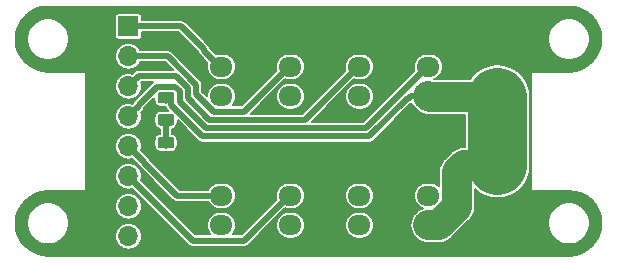
<source format=gbr>
G04 #@! TF.GenerationSoftware,KiCad,Pcbnew,(5.1.4)-1*
G04 #@! TF.CreationDate,2021-11-04T12:11:43-05:00*
G04 #@! TF.ProjectId,FadecandyHatV1.0,46616465-6361-46e6-9479-48617456312e,rev?*
G04 #@! TF.SameCoordinates,Original*
G04 #@! TF.FileFunction,Copper,L1,Top*
G04 #@! TF.FilePolarity,Positive*
%FSLAX46Y46*%
G04 Gerber Fmt 4.6, Leading zero omitted, Abs format (unit mm)*
G04 Created by KiCad (PCBNEW (5.1.4)-1) date 2021-11-04 12:11:43*
%MOMM*%
%LPD*%
G04 APERTURE LIST*
%ADD10C,0.100000*%
%ADD11C,0.975000*%
%ADD12C,1.700000*%
%ADD13O,1.950000X1.700000*%
%ADD14R,3.800000X3.800000*%
%ADD15C,3.800000*%
%ADD16C,4.000000*%
%ADD17R,1.700000X1.700000*%
%ADD18O,1.700000X1.700000*%
%ADD19C,0.800000*%
%ADD20C,1.500000*%
%ADD21C,0.500000*%
%ADD22C,2.500000*%
%ADD23C,5.000000*%
%ADD24C,0.150000*%
G04 APERTURE END LIST*
D10*
G36*
X7465142Y-13786174D02*
G01*
X7488803Y-13789684D01*
X7512007Y-13795496D01*
X7534529Y-13803554D01*
X7556153Y-13813782D01*
X7576670Y-13826079D01*
X7595883Y-13840329D01*
X7613607Y-13856393D01*
X7629671Y-13874117D01*
X7643921Y-13893330D01*
X7656218Y-13913847D01*
X7666446Y-13935471D01*
X7674504Y-13957993D01*
X7680316Y-13981197D01*
X7683826Y-14004858D01*
X7685000Y-14028750D01*
X7685000Y-14516250D01*
X7683826Y-14540142D01*
X7680316Y-14563803D01*
X7674504Y-14587007D01*
X7666446Y-14609529D01*
X7656218Y-14631153D01*
X7643921Y-14651670D01*
X7629671Y-14670883D01*
X7613607Y-14688607D01*
X7595883Y-14704671D01*
X7576670Y-14718921D01*
X7556153Y-14731218D01*
X7534529Y-14741446D01*
X7512007Y-14749504D01*
X7488803Y-14755316D01*
X7465142Y-14758826D01*
X7441250Y-14760000D01*
X6528750Y-14760000D01*
X6504858Y-14758826D01*
X6481197Y-14755316D01*
X6457993Y-14749504D01*
X6435471Y-14741446D01*
X6413847Y-14731218D01*
X6393330Y-14718921D01*
X6374117Y-14704671D01*
X6356393Y-14688607D01*
X6340329Y-14670883D01*
X6326079Y-14651670D01*
X6313782Y-14631153D01*
X6303554Y-14609529D01*
X6295496Y-14587007D01*
X6289684Y-14563803D01*
X6286174Y-14540142D01*
X6285000Y-14516250D01*
X6285000Y-14028750D01*
X6286174Y-14004858D01*
X6289684Y-13981197D01*
X6295496Y-13957993D01*
X6303554Y-13935471D01*
X6313782Y-13913847D01*
X6326079Y-13893330D01*
X6340329Y-13874117D01*
X6356393Y-13856393D01*
X6374117Y-13840329D01*
X6393330Y-13826079D01*
X6413847Y-13813782D01*
X6435471Y-13803554D01*
X6457993Y-13795496D01*
X6481197Y-13789684D01*
X6504858Y-13786174D01*
X6528750Y-13785000D01*
X7441250Y-13785000D01*
X7465142Y-13786174D01*
X7465142Y-13786174D01*
G37*
D11*
X6985000Y-14272500D03*
D10*
G36*
X7465142Y-11911174D02*
G01*
X7488803Y-11914684D01*
X7512007Y-11920496D01*
X7534529Y-11928554D01*
X7556153Y-11938782D01*
X7576670Y-11951079D01*
X7595883Y-11965329D01*
X7613607Y-11981393D01*
X7629671Y-11999117D01*
X7643921Y-12018330D01*
X7656218Y-12038847D01*
X7666446Y-12060471D01*
X7674504Y-12082993D01*
X7680316Y-12106197D01*
X7683826Y-12129858D01*
X7685000Y-12153750D01*
X7685000Y-12641250D01*
X7683826Y-12665142D01*
X7680316Y-12688803D01*
X7674504Y-12712007D01*
X7666446Y-12734529D01*
X7656218Y-12756153D01*
X7643921Y-12776670D01*
X7629671Y-12795883D01*
X7613607Y-12813607D01*
X7595883Y-12829671D01*
X7576670Y-12843921D01*
X7556153Y-12856218D01*
X7534529Y-12866446D01*
X7512007Y-12874504D01*
X7488803Y-12880316D01*
X7465142Y-12883826D01*
X7441250Y-12885000D01*
X6528750Y-12885000D01*
X6504858Y-12883826D01*
X6481197Y-12880316D01*
X6457993Y-12874504D01*
X6435471Y-12866446D01*
X6413847Y-12856218D01*
X6393330Y-12843921D01*
X6374117Y-12829671D01*
X6356393Y-12813607D01*
X6340329Y-12795883D01*
X6326079Y-12776670D01*
X6313782Y-12756153D01*
X6303554Y-12734529D01*
X6295496Y-12712007D01*
X6289684Y-12688803D01*
X6286174Y-12665142D01*
X6285000Y-12641250D01*
X6285000Y-12153750D01*
X6286174Y-12129858D01*
X6289684Y-12106197D01*
X6295496Y-12082993D01*
X6303554Y-12060471D01*
X6313782Y-12038847D01*
X6326079Y-12018330D01*
X6340329Y-11999117D01*
X6356393Y-11981393D01*
X6374117Y-11965329D01*
X6393330Y-11951079D01*
X6413847Y-11938782D01*
X6435471Y-11928554D01*
X6457993Y-11920496D01*
X6481197Y-11914684D01*
X6504858Y-11911174D01*
X6528750Y-11910000D01*
X7441250Y-11910000D01*
X7465142Y-11911174D01*
X7465142Y-11911174D01*
G37*
D11*
X6985000Y-12397500D03*
D10*
G36*
X12433504Y-2620204D02*
G01*
X12457773Y-2623804D01*
X12481571Y-2629765D01*
X12504671Y-2638030D01*
X12526849Y-2648520D01*
X12547893Y-2661133D01*
X12567598Y-2675747D01*
X12585777Y-2692223D01*
X12602253Y-2710402D01*
X12616867Y-2730107D01*
X12629480Y-2751151D01*
X12639970Y-2773329D01*
X12648235Y-2796429D01*
X12654196Y-2820227D01*
X12657796Y-2844496D01*
X12659000Y-2869000D01*
X12659000Y-4069000D01*
X12657796Y-4093504D01*
X12654196Y-4117773D01*
X12648235Y-4141571D01*
X12639970Y-4164671D01*
X12629480Y-4186849D01*
X12616867Y-4207893D01*
X12602253Y-4227598D01*
X12585777Y-4245777D01*
X12567598Y-4262253D01*
X12547893Y-4276867D01*
X12526849Y-4289480D01*
X12504671Y-4299970D01*
X12481571Y-4308235D01*
X12457773Y-4314196D01*
X12433504Y-4317796D01*
X12409000Y-4319000D01*
X10959000Y-4319000D01*
X10934496Y-4317796D01*
X10910227Y-4314196D01*
X10886429Y-4308235D01*
X10863329Y-4299970D01*
X10841151Y-4289480D01*
X10820107Y-4276867D01*
X10800402Y-4262253D01*
X10782223Y-4245777D01*
X10765747Y-4227598D01*
X10751133Y-4207893D01*
X10738520Y-4186849D01*
X10728030Y-4164671D01*
X10719765Y-4141571D01*
X10713804Y-4117773D01*
X10710204Y-4093504D01*
X10709000Y-4069000D01*
X10709000Y-2869000D01*
X10710204Y-2844496D01*
X10713804Y-2820227D01*
X10719765Y-2796429D01*
X10728030Y-2773329D01*
X10738520Y-2751151D01*
X10751133Y-2730107D01*
X10765747Y-2710402D01*
X10782223Y-2692223D01*
X10800402Y-2675747D01*
X10820107Y-2661133D01*
X10841151Y-2648520D01*
X10863329Y-2638030D01*
X10886429Y-2629765D01*
X10910227Y-2623804D01*
X10934496Y-2620204D01*
X10959000Y-2619000D01*
X12409000Y-2619000D01*
X12433504Y-2620204D01*
X12433504Y-2620204D01*
G37*
D12*
X11684000Y-3469000D03*
D13*
X11684000Y-5969000D03*
X11684000Y-8469000D03*
D14*
X35052000Y-3556000D03*
D15*
X35052000Y-8556000D03*
D13*
X17526000Y-8469000D03*
X17526000Y-5969000D03*
D10*
G36*
X18275504Y-2620204D02*
G01*
X18299773Y-2623804D01*
X18323571Y-2629765D01*
X18346671Y-2638030D01*
X18368849Y-2648520D01*
X18389893Y-2661133D01*
X18409598Y-2675747D01*
X18427777Y-2692223D01*
X18444253Y-2710402D01*
X18458867Y-2730107D01*
X18471480Y-2751151D01*
X18481970Y-2773329D01*
X18490235Y-2796429D01*
X18496196Y-2820227D01*
X18499796Y-2844496D01*
X18501000Y-2869000D01*
X18501000Y-4069000D01*
X18499796Y-4093504D01*
X18496196Y-4117773D01*
X18490235Y-4141571D01*
X18481970Y-4164671D01*
X18471480Y-4186849D01*
X18458867Y-4207893D01*
X18444253Y-4227598D01*
X18427777Y-4245777D01*
X18409598Y-4262253D01*
X18389893Y-4276867D01*
X18368849Y-4289480D01*
X18346671Y-4299970D01*
X18323571Y-4308235D01*
X18299773Y-4314196D01*
X18275504Y-4317796D01*
X18251000Y-4319000D01*
X16801000Y-4319000D01*
X16776496Y-4317796D01*
X16752227Y-4314196D01*
X16728429Y-4308235D01*
X16705329Y-4299970D01*
X16683151Y-4289480D01*
X16662107Y-4276867D01*
X16642402Y-4262253D01*
X16624223Y-4245777D01*
X16607747Y-4227598D01*
X16593133Y-4207893D01*
X16580520Y-4186849D01*
X16570030Y-4164671D01*
X16561765Y-4141571D01*
X16555804Y-4117773D01*
X16552204Y-4093504D01*
X16551000Y-4069000D01*
X16551000Y-2869000D01*
X16552204Y-2844496D01*
X16555804Y-2820227D01*
X16561765Y-2796429D01*
X16570030Y-2773329D01*
X16580520Y-2751151D01*
X16593133Y-2730107D01*
X16607747Y-2710402D01*
X16624223Y-2692223D01*
X16642402Y-2675747D01*
X16662107Y-2661133D01*
X16683151Y-2648520D01*
X16705329Y-2638030D01*
X16728429Y-2629765D01*
X16752227Y-2623804D01*
X16776496Y-2620204D01*
X16801000Y-2619000D01*
X18251000Y-2619000D01*
X18275504Y-2620204D01*
X18275504Y-2620204D01*
G37*
D12*
X17526000Y-3469000D03*
D14*
X35052000Y-19304000D03*
D16*
X35052000Y-14304000D03*
D13*
X23368000Y-8469000D03*
X23368000Y-5969000D03*
D10*
G36*
X24117504Y-2620204D02*
G01*
X24141773Y-2623804D01*
X24165571Y-2629765D01*
X24188671Y-2638030D01*
X24210849Y-2648520D01*
X24231893Y-2661133D01*
X24251598Y-2675747D01*
X24269777Y-2692223D01*
X24286253Y-2710402D01*
X24300867Y-2730107D01*
X24313480Y-2751151D01*
X24323970Y-2773329D01*
X24332235Y-2796429D01*
X24338196Y-2820227D01*
X24341796Y-2844496D01*
X24343000Y-2869000D01*
X24343000Y-4069000D01*
X24341796Y-4093504D01*
X24338196Y-4117773D01*
X24332235Y-4141571D01*
X24323970Y-4164671D01*
X24313480Y-4186849D01*
X24300867Y-4207893D01*
X24286253Y-4227598D01*
X24269777Y-4245777D01*
X24251598Y-4262253D01*
X24231893Y-4276867D01*
X24210849Y-4289480D01*
X24188671Y-4299970D01*
X24165571Y-4308235D01*
X24141773Y-4314196D01*
X24117504Y-4317796D01*
X24093000Y-4319000D01*
X22643000Y-4319000D01*
X22618496Y-4317796D01*
X22594227Y-4314196D01*
X22570429Y-4308235D01*
X22547329Y-4299970D01*
X22525151Y-4289480D01*
X22504107Y-4276867D01*
X22484402Y-4262253D01*
X22466223Y-4245777D01*
X22449747Y-4227598D01*
X22435133Y-4207893D01*
X22422520Y-4186849D01*
X22412030Y-4164671D01*
X22403765Y-4141571D01*
X22397804Y-4117773D01*
X22394204Y-4093504D01*
X22393000Y-4069000D01*
X22393000Y-2869000D01*
X22394204Y-2844496D01*
X22397804Y-2820227D01*
X22403765Y-2796429D01*
X22412030Y-2773329D01*
X22422520Y-2751151D01*
X22435133Y-2730107D01*
X22449747Y-2710402D01*
X22466223Y-2692223D01*
X22484402Y-2675747D01*
X22504107Y-2661133D01*
X22525151Y-2648520D01*
X22547329Y-2638030D01*
X22570429Y-2629765D01*
X22594227Y-2623804D01*
X22618496Y-2620204D01*
X22643000Y-2619000D01*
X24093000Y-2619000D01*
X24117504Y-2620204D01*
X24117504Y-2620204D01*
G37*
D12*
X23368000Y-3469000D03*
D10*
G36*
X29959504Y-2620204D02*
G01*
X29983773Y-2623804D01*
X30007571Y-2629765D01*
X30030671Y-2638030D01*
X30052849Y-2648520D01*
X30073893Y-2661133D01*
X30093598Y-2675747D01*
X30111777Y-2692223D01*
X30128253Y-2710402D01*
X30142867Y-2730107D01*
X30155480Y-2751151D01*
X30165970Y-2773329D01*
X30174235Y-2796429D01*
X30180196Y-2820227D01*
X30183796Y-2844496D01*
X30185000Y-2869000D01*
X30185000Y-4069000D01*
X30183796Y-4093504D01*
X30180196Y-4117773D01*
X30174235Y-4141571D01*
X30165970Y-4164671D01*
X30155480Y-4186849D01*
X30142867Y-4207893D01*
X30128253Y-4227598D01*
X30111777Y-4245777D01*
X30093598Y-4262253D01*
X30073893Y-4276867D01*
X30052849Y-4289480D01*
X30030671Y-4299970D01*
X30007571Y-4308235D01*
X29983773Y-4314196D01*
X29959504Y-4317796D01*
X29935000Y-4319000D01*
X28485000Y-4319000D01*
X28460496Y-4317796D01*
X28436227Y-4314196D01*
X28412429Y-4308235D01*
X28389329Y-4299970D01*
X28367151Y-4289480D01*
X28346107Y-4276867D01*
X28326402Y-4262253D01*
X28308223Y-4245777D01*
X28291747Y-4227598D01*
X28277133Y-4207893D01*
X28264520Y-4186849D01*
X28254030Y-4164671D01*
X28245765Y-4141571D01*
X28239804Y-4117773D01*
X28236204Y-4093504D01*
X28235000Y-4069000D01*
X28235000Y-2869000D01*
X28236204Y-2844496D01*
X28239804Y-2820227D01*
X28245765Y-2796429D01*
X28254030Y-2773329D01*
X28264520Y-2751151D01*
X28277133Y-2730107D01*
X28291747Y-2710402D01*
X28308223Y-2692223D01*
X28326402Y-2675747D01*
X28346107Y-2661133D01*
X28367151Y-2648520D01*
X28389329Y-2638030D01*
X28412429Y-2629765D01*
X28436227Y-2623804D01*
X28460496Y-2620204D01*
X28485000Y-2619000D01*
X29935000Y-2619000D01*
X29959504Y-2620204D01*
X29959504Y-2620204D01*
G37*
D12*
X29210000Y-3469000D03*
D13*
X29210000Y-5969000D03*
X29210000Y-8469000D03*
D10*
G36*
X12433504Y-13542204D02*
G01*
X12457773Y-13545804D01*
X12481571Y-13551765D01*
X12504671Y-13560030D01*
X12526849Y-13570520D01*
X12547893Y-13583133D01*
X12567598Y-13597747D01*
X12585777Y-13614223D01*
X12602253Y-13632402D01*
X12616867Y-13652107D01*
X12629480Y-13673151D01*
X12639970Y-13695329D01*
X12648235Y-13718429D01*
X12654196Y-13742227D01*
X12657796Y-13766496D01*
X12659000Y-13791000D01*
X12659000Y-14991000D01*
X12657796Y-15015504D01*
X12654196Y-15039773D01*
X12648235Y-15063571D01*
X12639970Y-15086671D01*
X12629480Y-15108849D01*
X12616867Y-15129893D01*
X12602253Y-15149598D01*
X12585777Y-15167777D01*
X12567598Y-15184253D01*
X12547893Y-15198867D01*
X12526849Y-15211480D01*
X12504671Y-15221970D01*
X12481571Y-15230235D01*
X12457773Y-15236196D01*
X12433504Y-15239796D01*
X12409000Y-15241000D01*
X10959000Y-15241000D01*
X10934496Y-15239796D01*
X10910227Y-15236196D01*
X10886429Y-15230235D01*
X10863329Y-15221970D01*
X10841151Y-15211480D01*
X10820107Y-15198867D01*
X10800402Y-15184253D01*
X10782223Y-15167777D01*
X10765747Y-15149598D01*
X10751133Y-15129893D01*
X10738520Y-15108849D01*
X10728030Y-15086671D01*
X10719765Y-15063571D01*
X10713804Y-15039773D01*
X10710204Y-15015504D01*
X10709000Y-14991000D01*
X10709000Y-13791000D01*
X10710204Y-13766496D01*
X10713804Y-13742227D01*
X10719765Y-13718429D01*
X10728030Y-13695329D01*
X10738520Y-13673151D01*
X10751133Y-13652107D01*
X10765747Y-13632402D01*
X10782223Y-13614223D01*
X10800402Y-13597747D01*
X10820107Y-13583133D01*
X10841151Y-13570520D01*
X10863329Y-13560030D01*
X10886429Y-13551765D01*
X10910227Y-13545804D01*
X10934496Y-13542204D01*
X10959000Y-13541000D01*
X12409000Y-13541000D01*
X12433504Y-13542204D01*
X12433504Y-13542204D01*
G37*
D12*
X11684000Y-14391000D03*
D13*
X11684000Y-16891000D03*
X11684000Y-19391000D03*
X17526000Y-19391000D03*
X17526000Y-16891000D03*
D10*
G36*
X18275504Y-13542204D02*
G01*
X18299773Y-13545804D01*
X18323571Y-13551765D01*
X18346671Y-13560030D01*
X18368849Y-13570520D01*
X18389893Y-13583133D01*
X18409598Y-13597747D01*
X18427777Y-13614223D01*
X18444253Y-13632402D01*
X18458867Y-13652107D01*
X18471480Y-13673151D01*
X18481970Y-13695329D01*
X18490235Y-13718429D01*
X18496196Y-13742227D01*
X18499796Y-13766496D01*
X18501000Y-13791000D01*
X18501000Y-14991000D01*
X18499796Y-15015504D01*
X18496196Y-15039773D01*
X18490235Y-15063571D01*
X18481970Y-15086671D01*
X18471480Y-15108849D01*
X18458867Y-15129893D01*
X18444253Y-15149598D01*
X18427777Y-15167777D01*
X18409598Y-15184253D01*
X18389893Y-15198867D01*
X18368849Y-15211480D01*
X18346671Y-15221970D01*
X18323571Y-15230235D01*
X18299773Y-15236196D01*
X18275504Y-15239796D01*
X18251000Y-15241000D01*
X16801000Y-15241000D01*
X16776496Y-15239796D01*
X16752227Y-15236196D01*
X16728429Y-15230235D01*
X16705329Y-15221970D01*
X16683151Y-15211480D01*
X16662107Y-15198867D01*
X16642402Y-15184253D01*
X16624223Y-15167777D01*
X16607747Y-15149598D01*
X16593133Y-15129893D01*
X16580520Y-15108849D01*
X16570030Y-15086671D01*
X16561765Y-15063571D01*
X16555804Y-15039773D01*
X16552204Y-15015504D01*
X16551000Y-14991000D01*
X16551000Y-13791000D01*
X16552204Y-13766496D01*
X16555804Y-13742227D01*
X16561765Y-13718429D01*
X16570030Y-13695329D01*
X16580520Y-13673151D01*
X16593133Y-13652107D01*
X16607747Y-13632402D01*
X16624223Y-13614223D01*
X16642402Y-13597747D01*
X16662107Y-13583133D01*
X16683151Y-13570520D01*
X16705329Y-13560030D01*
X16728429Y-13551765D01*
X16752227Y-13545804D01*
X16776496Y-13542204D01*
X16801000Y-13541000D01*
X18251000Y-13541000D01*
X18275504Y-13542204D01*
X18275504Y-13542204D01*
G37*
D12*
X17526000Y-14391000D03*
D10*
G36*
X24117504Y-13542204D02*
G01*
X24141773Y-13545804D01*
X24165571Y-13551765D01*
X24188671Y-13560030D01*
X24210849Y-13570520D01*
X24231893Y-13583133D01*
X24251598Y-13597747D01*
X24269777Y-13614223D01*
X24286253Y-13632402D01*
X24300867Y-13652107D01*
X24313480Y-13673151D01*
X24323970Y-13695329D01*
X24332235Y-13718429D01*
X24338196Y-13742227D01*
X24341796Y-13766496D01*
X24343000Y-13791000D01*
X24343000Y-14991000D01*
X24341796Y-15015504D01*
X24338196Y-15039773D01*
X24332235Y-15063571D01*
X24323970Y-15086671D01*
X24313480Y-15108849D01*
X24300867Y-15129893D01*
X24286253Y-15149598D01*
X24269777Y-15167777D01*
X24251598Y-15184253D01*
X24231893Y-15198867D01*
X24210849Y-15211480D01*
X24188671Y-15221970D01*
X24165571Y-15230235D01*
X24141773Y-15236196D01*
X24117504Y-15239796D01*
X24093000Y-15241000D01*
X22643000Y-15241000D01*
X22618496Y-15239796D01*
X22594227Y-15236196D01*
X22570429Y-15230235D01*
X22547329Y-15221970D01*
X22525151Y-15211480D01*
X22504107Y-15198867D01*
X22484402Y-15184253D01*
X22466223Y-15167777D01*
X22449747Y-15149598D01*
X22435133Y-15129893D01*
X22422520Y-15108849D01*
X22412030Y-15086671D01*
X22403765Y-15063571D01*
X22397804Y-15039773D01*
X22394204Y-15015504D01*
X22393000Y-14991000D01*
X22393000Y-13791000D01*
X22394204Y-13766496D01*
X22397804Y-13742227D01*
X22403765Y-13718429D01*
X22412030Y-13695329D01*
X22422520Y-13673151D01*
X22435133Y-13652107D01*
X22449747Y-13632402D01*
X22466223Y-13614223D01*
X22484402Y-13597747D01*
X22504107Y-13583133D01*
X22525151Y-13570520D01*
X22547329Y-13560030D01*
X22570429Y-13551765D01*
X22594227Y-13545804D01*
X22618496Y-13542204D01*
X22643000Y-13541000D01*
X24093000Y-13541000D01*
X24117504Y-13542204D01*
X24117504Y-13542204D01*
G37*
D12*
X23368000Y-14391000D03*
D13*
X23368000Y-16891000D03*
X23368000Y-19391000D03*
X29210000Y-19391000D03*
X29210000Y-16891000D03*
D10*
G36*
X29959504Y-13542204D02*
G01*
X29983773Y-13545804D01*
X30007571Y-13551765D01*
X30030671Y-13560030D01*
X30052849Y-13570520D01*
X30073893Y-13583133D01*
X30093598Y-13597747D01*
X30111777Y-13614223D01*
X30128253Y-13632402D01*
X30142867Y-13652107D01*
X30155480Y-13673151D01*
X30165970Y-13695329D01*
X30174235Y-13718429D01*
X30180196Y-13742227D01*
X30183796Y-13766496D01*
X30185000Y-13791000D01*
X30185000Y-14991000D01*
X30183796Y-15015504D01*
X30180196Y-15039773D01*
X30174235Y-15063571D01*
X30165970Y-15086671D01*
X30155480Y-15108849D01*
X30142867Y-15129893D01*
X30128253Y-15149598D01*
X30111777Y-15167777D01*
X30093598Y-15184253D01*
X30073893Y-15198867D01*
X30052849Y-15211480D01*
X30030671Y-15221970D01*
X30007571Y-15230235D01*
X29983773Y-15236196D01*
X29959504Y-15239796D01*
X29935000Y-15241000D01*
X28485000Y-15241000D01*
X28460496Y-15239796D01*
X28436227Y-15236196D01*
X28412429Y-15230235D01*
X28389329Y-15221970D01*
X28367151Y-15211480D01*
X28346107Y-15198867D01*
X28326402Y-15184253D01*
X28308223Y-15167777D01*
X28291747Y-15149598D01*
X28277133Y-15129893D01*
X28264520Y-15108849D01*
X28254030Y-15086671D01*
X28245765Y-15063571D01*
X28239804Y-15039773D01*
X28236204Y-15015504D01*
X28235000Y-14991000D01*
X28235000Y-13791000D01*
X28236204Y-13766496D01*
X28239804Y-13742227D01*
X28245765Y-13718429D01*
X28254030Y-13695329D01*
X28264520Y-13673151D01*
X28277133Y-13652107D01*
X28291747Y-13632402D01*
X28308223Y-13614223D01*
X28326402Y-13597747D01*
X28346107Y-13583133D01*
X28367151Y-13570520D01*
X28389329Y-13560030D01*
X28412429Y-13551765D01*
X28436227Y-13545804D01*
X28460496Y-13542204D01*
X28485000Y-13541000D01*
X29935000Y-13541000D01*
X29959504Y-13542204D01*
X29959504Y-13542204D01*
G37*
D12*
X29210000Y-14391000D03*
D17*
X3810000Y-2540000D03*
D18*
X1270000Y-2540000D03*
X3810000Y-5080000D03*
X1270000Y-5080000D03*
X3810000Y-7620000D03*
X1270000Y-7620000D03*
X3810000Y-10160000D03*
X1270000Y-10160000D03*
X3810000Y-12700000D03*
X1270000Y-12700000D03*
X3810000Y-15240000D03*
X1270000Y-15240000D03*
X3810000Y-17780000D03*
X1270000Y-17780000D03*
X3810000Y-20320000D03*
X1270000Y-20320000D03*
D10*
G36*
X7465142Y-9976174D02*
G01*
X7488803Y-9979684D01*
X7512007Y-9985496D01*
X7534529Y-9993554D01*
X7556153Y-10003782D01*
X7576670Y-10016079D01*
X7595883Y-10030329D01*
X7613607Y-10046393D01*
X7629671Y-10064117D01*
X7643921Y-10083330D01*
X7656218Y-10103847D01*
X7666446Y-10125471D01*
X7674504Y-10147993D01*
X7680316Y-10171197D01*
X7683826Y-10194858D01*
X7685000Y-10218750D01*
X7685000Y-10706250D01*
X7683826Y-10730142D01*
X7680316Y-10753803D01*
X7674504Y-10777007D01*
X7666446Y-10799529D01*
X7656218Y-10821153D01*
X7643921Y-10841670D01*
X7629671Y-10860883D01*
X7613607Y-10878607D01*
X7595883Y-10894671D01*
X7576670Y-10908921D01*
X7556153Y-10921218D01*
X7534529Y-10931446D01*
X7512007Y-10939504D01*
X7488803Y-10945316D01*
X7465142Y-10948826D01*
X7441250Y-10950000D01*
X6528750Y-10950000D01*
X6504858Y-10948826D01*
X6481197Y-10945316D01*
X6457993Y-10939504D01*
X6435471Y-10931446D01*
X6413847Y-10921218D01*
X6393330Y-10908921D01*
X6374117Y-10894671D01*
X6356393Y-10878607D01*
X6340329Y-10860883D01*
X6326079Y-10841670D01*
X6313782Y-10821153D01*
X6303554Y-10799529D01*
X6295496Y-10777007D01*
X6289684Y-10753803D01*
X6286174Y-10730142D01*
X6285000Y-10706250D01*
X6285000Y-10218750D01*
X6286174Y-10194858D01*
X6289684Y-10171197D01*
X6295496Y-10147993D01*
X6303554Y-10125471D01*
X6313782Y-10103847D01*
X6326079Y-10083330D01*
X6340329Y-10064117D01*
X6356393Y-10046393D01*
X6374117Y-10030329D01*
X6393330Y-10016079D01*
X6413847Y-10003782D01*
X6435471Y-9993554D01*
X6457993Y-9985496D01*
X6481197Y-9979684D01*
X6504858Y-9976174D01*
X6528750Y-9975000D01*
X7441250Y-9975000D01*
X7465142Y-9976174D01*
X7465142Y-9976174D01*
G37*
D11*
X6985000Y-10462500D03*
D10*
G36*
X7465142Y-8101174D02*
G01*
X7488803Y-8104684D01*
X7512007Y-8110496D01*
X7534529Y-8118554D01*
X7556153Y-8128782D01*
X7576670Y-8141079D01*
X7595883Y-8155329D01*
X7613607Y-8171393D01*
X7629671Y-8189117D01*
X7643921Y-8208330D01*
X7656218Y-8228847D01*
X7666446Y-8250471D01*
X7674504Y-8272993D01*
X7680316Y-8296197D01*
X7683826Y-8319858D01*
X7685000Y-8343750D01*
X7685000Y-8831250D01*
X7683826Y-8855142D01*
X7680316Y-8878803D01*
X7674504Y-8902007D01*
X7666446Y-8924529D01*
X7656218Y-8946153D01*
X7643921Y-8966670D01*
X7629671Y-8985883D01*
X7613607Y-9003607D01*
X7595883Y-9019671D01*
X7576670Y-9033921D01*
X7556153Y-9046218D01*
X7534529Y-9056446D01*
X7512007Y-9064504D01*
X7488803Y-9070316D01*
X7465142Y-9073826D01*
X7441250Y-9075000D01*
X6528750Y-9075000D01*
X6504858Y-9073826D01*
X6481197Y-9070316D01*
X6457993Y-9064504D01*
X6435471Y-9056446D01*
X6413847Y-9046218D01*
X6393330Y-9033921D01*
X6374117Y-9019671D01*
X6356393Y-9003607D01*
X6340329Y-8985883D01*
X6326079Y-8966670D01*
X6313782Y-8946153D01*
X6303554Y-8924529D01*
X6295496Y-8902007D01*
X6289684Y-8878803D01*
X6286174Y-8855142D01*
X6285000Y-8831250D01*
X6285000Y-8343750D01*
X6286174Y-8319858D01*
X6289684Y-8296197D01*
X6295496Y-8272993D01*
X6303554Y-8250471D01*
X6313782Y-8228847D01*
X6326079Y-8208330D01*
X6340329Y-8189117D01*
X6356393Y-8171393D01*
X6374117Y-8155329D01*
X6393330Y-8141079D01*
X6413847Y-8128782D01*
X6435471Y-8118554D01*
X6457993Y-8110496D01*
X6481197Y-8104684D01*
X6504858Y-8101174D01*
X6528750Y-8100000D01*
X7441250Y-8100000D01*
X7465142Y-8101174D01*
X7465142Y-8101174D01*
G37*
D11*
X6985000Y-8587500D03*
D19*
X31220000Y-11500000D03*
X29320000Y-11500000D03*
X31630000Y-21340000D03*
D20*
X34885000Y-19391000D02*
X35052000Y-19224000D01*
D21*
X6985000Y-10462500D02*
X6985000Y-12397500D01*
X11559000Y-5969000D02*
X11684000Y-5969000D01*
X10209000Y-4619000D02*
X11559000Y-5969000D01*
X10209000Y-4494000D02*
X10209000Y-4619000D01*
X8255000Y-2540000D02*
X10209000Y-4494000D01*
X3810000Y-2540000D02*
X8255000Y-2540000D01*
X27456462Y-8587500D02*
X27637500Y-8587500D01*
X24174923Y-11869040D02*
X27456462Y-8587500D01*
X7435003Y-9231375D02*
X10072667Y-11869040D01*
X10072667Y-11869040D02*
X24174923Y-11869040D01*
X7435002Y-8587500D02*
X7435003Y-9231375D01*
X6985000Y-8587500D02*
X7435002Y-8587500D01*
X27735000Y-8469000D02*
X29210000Y-8469000D01*
X27637500Y-8566500D02*
X27735000Y-8469000D01*
X27637500Y-8587500D02*
X27637500Y-8566500D01*
D22*
X29297000Y-8556000D02*
X29210000Y-8469000D01*
X35052000Y-8556000D02*
X29297000Y-8556000D01*
D23*
X35052000Y-14304000D02*
X35052000Y-8556000D01*
D22*
X30087705Y-19391000D02*
X29210000Y-19391000D01*
X31635010Y-17843695D02*
X30087705Y-19391000D01*
X31635010Y-14892563D02*
X31635010Y-17843695D01*
X32223573Y-14304000D02*
X31635010Y-14892563D01*
X35052000Y-14304000D02*
X32223573Y-14304000D01*
D21*
X7138556Y-5080000D02*
X9535032Y-7476476D01*
X9535032Y-8283521D02*
X11020518Y-9769009D01*
X13600991Y-9769009D02*
X17401000Y-5969000D01*
X11020518Y-9769009D02*
X13600991Y-9769009D01*
X9535032Y-7476476D02*
X9535032Y-8283521D01*
X17401000Y-5969000D02*
X17526000Y-5969000D01*
X3810000Y-5080000D02*
X7138556Y-5080000D01*
X7838592Y-6770001D02*
X8835021Y-7766430D01*
X18742981Y-10469019D02*
X23243000Y-5969000D01*
X8835021Y-7766430D02*
X8835021Y-8651467D01*
X23243000Y-5969000D02*
X23368000Y-5969000D01*
X8835021Y-8651467D02*
X10652573Y-10469019D01*
X10652573Y-10469019D02*
X18742981Y-10469019D01*
X4659999Y-6770001D02*
X7838592Y-6770001D01*
X3810000Y-7620000D02*
X4659999Y-6770001D01*
X29210000Y-5969000D02*
X29085000Y-5969000D01*
X29085000Y-5969000D02*
X23884970Y-11169030D01*
X4659999Y-9231375D02*
X4659999Y-9310001D01*
X23884970Y-11169030D02*
X10362620Y-11169030D01*
X4659999Y-9310001D02*
X3810000Y-10160000D01*
X6241384Y-7649990D02*
X4659999Y-9231375D01*
X7728616Y-7649990D02*
X6241384Y-7649990D01*
X8135011Y-8941421D02*
X8135010Y-8056384D01*
X10362620Y-11169030D02*
X8135011Y-8941421D01*
X8135010Y-8056384D02*
X7728616Y-7649990D01*
X10209000Y-16891000D02*
X11684000Y-16891000D01*
X7922374Y-16891000D02*
X10209000Y-16891000D01*
X5110001Y-14078627D02*
X7922374Y-16891000D01*
X5110001Y-14000001D02*
X5110001Y-14078627D01*
X3810000Y-12700000D02*
X5110001Y-14000001D01*
X17401000Y-16891000D02*
X17526000Y-16891000D01*
X13600990Y-20691010D02*
X17401000Y-16891000D01*
X9261010Y-20691010D02*
X13600990Y-20691010D01*
X3810000Y-15240000D02*
X9261010Y-20691010D01*
D24*
G36*
X41633912Y-938550D02*
G01*
X42147487Y-1093607D01*
X42621164Y-1345465D01*
X43036900Y-1684531D01*
X43378860Y-2097889D01*
X43634017Y-2569794D01*
X43792658Y-3082278D01*
X43848734Y-3615813D01*
X43800113Y-4150075D01*
X43648644Y-4664720D01*
X43400099Y-5140141D01*
X43063945Y-5558234D01*
X42652981Y-5903073D01*
X42182866Y-6161521D01*
X41671505Y-6323734D01*
X41127042Y-6384805D01*
X41099118Y-6385000D01*
X38112275Y-6385000D01*
X38100000Y-6383791D01*
X38087725Y-6385000D01*
X38050992Y-6388618D01*
X38003866Y-6402913D01*
X37960436Y-6426127D01*
X37922368Y-6457368D01*
X37891127Y-6495436D01*
X37867913Y-6538866D01*
X37853618Y-6585992D01*
X37848791Y-6635000D01*
X37850000Y-6647275D01*
X37850001Y-16212715D01*
X37848791Y-16225000D01*
X37853618Y-16274008D01*
X37867913Y-16321134D01*
X37891127Y-16364564D01*
X37922368Y-16402632D01*
X37960436Y-16433873D01*
X38003866Y-16457087D01*
X38050992Y-16471382D01*
X38087725Y-16475000D01*
X38100000Y-16476209D01*
X38112275Y-16475000D01*
X41087771Y-16475000D01*
X41633912Y-16528550D01*
X42147487Y-16683607D01*
X42621164Y-16935465D01*
X43036900Y-17274531D01*
X43378860Y-17687889D01*
X43634017Y-18159794D01*
X43792658Y-18672278D01*
X43848734Y-19205813D01*
X43800113Y-19740075D01*
X43648644Y-20254720D01*
X43400099Y-20730141D01*
X43063945Y-21148234D01*
X42652981Y-21493073D01*
X42182866Y-21751521D01*
X41671505Y-21913734D01*
X41127042Y-21974805D01*
X41099118Y-21975000D01*
X-2987771Y-21975000D01*
X-3533912Y-21921450D01*
X-4047487Y-21766393D01*
X-4521163Y-21514535D01*
X-4936900Y-21175469D01*
X-5278860Y-20762111D01*
X-5534017Y-20290206D01*
X-5692659Y-19777719D01*
X-5748735Y-19244192D01*
X-5731079Y-19050178D01*
X-4775000Y-19050178D01*
X-4775000Y-19399822D01*
X-4706787Y-19742748D01*
X-4572984Y-20065778D01*
X-4378732Y-20356496D01*
X-4131496Y-20603732D01*
X-3840778Y-20797984D01*
X-3517748Y-20931787D01*
X-3174822Y-21000000D01*
X-2825178Y-21000000D01*
X-2482252Y-20931787D01*
X-2159222Y-20797984D01*
X-1868504Y-20603732D01*
X-1621268Y-20356496D01*
X-1596883Y-20320000D01*
X2679557Y-20320000D01*
X2701278Y-20540538D01*
X2765607Y-20752602D01*
X2870071Y-20948040D01*
X3010656Y-21119344D01*
X3181960Y-21259929D01*
X3377398Y-21364393D01*
X3589462Y-21428722D01*
X3754736Y-21445000D01*
X3865264Y-21445000D01*
X4030538Y-21428722D01*
X4242602Y-21364393D01*
X4438040Y-21259929D01*
X4609344Y-21119344D01*
X4749929Y-20948040D01*
X4854393Y-20752602D01*
X4918722Y-20540538D01*
X4940443Y-20320000D01*
X4918722Y-20099462D01*
X4854393Y-19887398D01*
X4749929Y-19691960D01*
X4609344Y-19520656D01*
X4438040Y-19380071D01*
X4242602Y-19275607D01*
X4030538Y-19211278D01*
X3865264Y-19195000D01*
X3754736Y-19195000D01*
X3589462Y-19211278D01*
X3377398Y-19275607D01*
X3181960Y-19380071D01*
X3010656Y-19520656D01*
X2870071Y-19691960D01*
X2765607Y-19887398D01*
X2701278Y-20099462D01*
X2679557Y-20320000D01*
X-1596883Y-20320000D01*
X-1427016Y-20065778D01*
X-1293213Y-19742748D01*
X-1225000Y-19399822D01*
X-1225000Y-19050178D01*
X-1293213Y-18707252D01*
X-1427016Y-18384222D01*
X-1621268Y-18093504D01*
X-1868504Y-17846268D01*
X-1967680Y-17780000D01*
X2679557Y-17780000D01*
X2701278Y-18000538D01*
X2765607Y-18212602D01*
X2870071Y-18408040D01*
X3010656Y-18579344D01*
X3181960Y-18719929D01*
X3377398Y-18824393D01*
X3589462Y-18888722D01*
X3754736Y-18905000D01*
X3865264Y-18905000D01*
X4030538Y-18888722D01*
X4242602Y-18824393D01*
X4438040Y-18719929D01*
X4609344Y-18579344D01*
X4749929Y-18408040D01*
X4854393Y-18212602D01*
X4918722Y-18000538D01*
X4940443Y-17780000D01*
X4918722Y-17559462D01*
X4854393Y-17347398D01*
X4749929Y-17151960D01*
X4609344Y-16980656D01*
X4438040Y-16840071D01*
X4242602Y-16735607D01*
X4030538Y-16671278D01*
X3865264Y-16655000D01*
X3754736Y-16655000D01*
X3589462Y-16671278D01*
X3377398Y-16735607D01*
X3181960Y-16840071D01*
X3010656Y-16980656D01*
X2870071Y-17151960D01*
X2765607Y-17347398D01*
X2701278Y-17559462D01*
X2679557Y-17780000D01*
X-1967680Y-17780000D01*
X-2159222Y-17652016D01*
X-2482252Y-17518213D01*
X-2825178Y-17450000D01*
X-3174822Y-17450000D01*
X-3517748Y-17518213D01*
X-3840778Y-17652016D01*
X-4131496Y-17846268D01*
X-4378732Y-18093504D01*
X-4572984Y-18384222D01*
X-4706787Y-18707252D01*
X-4775000Y-19050178D01*
X-5731079Y-19050178D01*
X-5700113Y-18709928D01*
X-5548644Y-18195279D01*
X-5300098Y-17719855D01*
X-4963945Y-17301766D01*
X-4552984Y-16956929D01*
X-4082870Y-16698481D01*
X-3571505Y-16536266D01*
X-3027042Y-16475195D01*
X-2999118Y-16475000D01*
X-12275Y-16475000D01*
X0Y-16476209D01*
X12275Y-16475000D01*
X49008Y-16471382D01*
X96134Y-16457087D01*
X139564Y-16433873D01*
X177632Y-16402632D01*
X208873Y-16364564D01*
X232087Y-16321134D01*
X246382Y-16274008D01*
X251209Y-16225000D01*
X250000Y-16212725D01*
X250000Y-15240000D01*
X2679557Y-15240000D01*
X2701278Y-15460538D01*
X2765607Y-15672602D01*
X2870071Y-15868040D01*
X3010656Y-16039344D01*
X3181960Y-16179929D01*
X3377398Y-16284393D01*
X3589462Y-16348722D01*
X3754736Y-16365000D01*
X3865264Y-16365000D01*
X4030538Y-16348722D01*
X4142345Y-16314806D01*
X8871544Y-21044006D01*
X8887983Y-21064037D01*
X8967924Y-21129643D01*
X9059129Y-21178393D01*
X9158092Y-21208413D01*
X9235222Y-21216010D01*
X9235229Y-21216010D01*
X9261009Y-21218549D01*
X9286789Y-21216010D01*
X13575210Y-21216010D01*
X13600990Y-21218549D01*
X13626770Y-21216010D01*
X13626778Y-21216010D01*
X13703908Y-21208413D01*
X13802871Y-21178393D01*
X13894076Y-21129643D01*
X13974017Y-21064037D01*
X13990461Y-21044000D01*
X15643461Y-19391000D01*
X16270557Y-19391000D01*
X16292278Y-19611538D01*
X16356607Y-19823602D01*
X16461071Y-20019040D01*
X16601656Y-20190344D01*
X16772960Y-20330929D01*
X16968398Y-20435393D01*
X17180462Y-20499722D01*
X17345736Y-20516000D01*
X17706264Y-20516000D01*
X17871538Y-20499722D01*
X18083602Y-20435393D01*
X18279040Y-20330929D01*
X18450344Y-20190344D01*
X18590929Y-20019040D01*
X18695393Y-19823602D01*
X18759722Y-19611538D01*
X18781443Y-19391000D01*
X22112557Y-19391000D01*
X22134278Y-19611538D01*
X22198607Y-19823602D01*
X22303071Y-20019040D01*
X22443656Y-20190344D01*
X22614960Y-20330929D01*
X22810398Y-20435393D01*
X23022462Y-20499722D01*
X23187736Y-20516000D01*
X23548264Y-20516000D01*
X23713538Y-20499722D01*
X23925602Y-20435393D01*
X24121040Y-20330929D01*
X24292344Y-20190344D01*
X24432929Y-20019040D01*
X24537393Y-19823602D01*
X24601722Y-19611538D01*
X24623443Y-19391000D01*
X24601722Y-19170462D01*
X24537393Y-18958398D01*
X24432929Y-18762960D01*
X24292344Y-18591656D01*
X24121040Y-18451071D01*
X23925602Y-18346607D01*
X23713538Y-18282278D01*
X23548264Y-18266000D01*
X23187736Y-18266000D01*
X23022462Y-18282278D01*
X22810398Y-18346607D01*
X22614960Y-18451071D01*
X22443656Y-18591656D01*
X22303071Y-18762960D01*
X22198607Y-18958398D01*
X22134278Y-19170462D01*
X22112557Y-19391000D01*
X18781443Y-19391000D01*
X18759722Y-19170462D01*
X18695393Y-18958398D01*
X18590929Y-18762960D01*
X18450344Y-18591656D01*
X18279040Y-18451071D01*
X18083602Y-18346607D01*
X17871538Y-18282278D01*
X17706264Y-18266000D01*
X17345736Y-18266000D01*
X17180462Y-18282278D01*
X16968398Y-18346607D01*
X16772960Y-18451071D01*
X16601656Y-18591656D01*
X16461071Y-18762960D01*
X16356607Y-18958398D01*
X16292278Y-19170462D01*
X16270557Y-19391000D01*
X15643461Y-19391000D01*
X17068656Y-17965806D01*
X17180462Y-17999722D01*
X17345736Y-18016000D01*
X17706264Y-18016000D01*
X17871538Y-17999722D01*
X18083602Y-17935393D01*
X18279040Y-17830929D01*
X18450344Y-17690344D01*
X18590929Y-17519040D01*
X18695393Y-17323602D01*
X18759722Y-17111538D01*
X18781443Y-16891000D01*
X22112557Y-16891000D01*
X22134278Y-17111538D01*
X22198607Y-17323602D01*
X22303071Y-17519040D01*
X22443656Y-17690344D01*
X22614960Y-17830929D01*
X22810398Y-17935393D01*
X23022462Y-17999722D01*
X23187736Y-18016000D01*
X23548264Y-18016000D01*
X23713538Y-17999722D01*
X23925602Y-17935393D01*
X24121040Y-17830929D01*
X24292344Y-17690344D01*
X24432929Y-17519040D01*
X24537393Y-17323602D01*
X24601722Y-17111538D01*
X24623443Y-16891000D01*
X24601722Y-16670462D01*
X24537393Y-16458398D01*
X24432929Y-16262960D01*
X24292344Y-16091656D01*
X24121040Y-15951071D01*
X23925602Y-15846607D01*
X23713538Y-15782278D01*
X23548264Y-15766000D01*
X23187736Y-15766000D01*
X23022462Y-15782278D01*
X22810398Y-15846607D01*
X22614960Y-15951071D01*
X22443656Y-16091656D01*
X22303071Y-16262960D01*
X22198607Y-16458398D01*
X22134278Y-16670462D01*
X22112557Y-16891000D01*
X18781443Y-16891000D01*
X18759722Y-16670462D01*
X18695393Y-16458398D01*
X18590929Y-16262960D01*
X18450344Y-16091656D01*
X18279040Y-15951071D01*
X18083602Y-15846607D01*
X17871538Y-15782278D01*
X17706264Y-15766000D01*
X17345736Y-15766000D01*
X17180462Y-15782278D01*
X16968398Y-15846607D01*
X16772960Y-15951071D01*
X16601656Y-16091656D01*
X16461071Y-16262960D01*
X16356607Y-16458398D01*
X16292278Y-16670462D01*
X16270557Y-16891000D01*
X16292278Y-17111538D01*
X16326194Y-17223344D01*
X13383529Y-20166010D01*
X12628314Y-20166010D01*
X12748929Y-20019040D01*
X12853393Y-19823602D01*
X12917722Y-19611538D01*
X12939443Y-19391000D01*
X12917722Y-19170462D01*
X12853393Y-18958398D01*
X12748929Y-18762960D01*
X12608344Y-18591656D01*
X12437040Y-18451071D01*
X12241602Y-18346607D01*
X12029538Y-18282278D01*
X11864264Y-18266000D01*
X11503736Y-18266000D01*
X11338462Y-18282278D01*
X11126398Y-18346607D01*
X10930960Y-18451071D01*
X10759656Y-18591656D01*
X10619071Y-18762960D01*
X10514607Y-18958398D01*
X10450278Y-19170462D01*
X10428557Y-19391000D01*
X10450278Y-19611538D01*
X10514607Y-19823602D01*
X10619071Y-20019040D01*
X10739686Y-20166010D01*
X9478472Y-20166010D01*
X4884806Y-15572345D01*
X4918722Y-15460538D01*
X4940443Y-15240000D01*
X4918722Y-15019462D01*
X4854393Y-14807398D01*
X4749929Y-14611960D01*
X4609344Y-14440656D01*
X4438040Y-14300071D01*
X4242602Y-14195607D01*
X4030538Y-14131278D01*
X3865264Y-14115000D01*
X3754736Y-14115000D01*
X3589462Y-14131278D01*
X3377398Y-14195607D01*
X3181960Y-14300071D01*
X3010656Y-14440656D01*
X2870071Y-14611960D01*
X2765607Y-14807398D01*
X2701278Y-15019462D01*
X2679557Y-15240000D01*
X250000Y-15240000D01*
X250000Y-12700000D01*
X2679557Y-12700000D01*
X2701278Y-12920538D01*
X2765607Y-13132602D01*
X2870071Y-13328040D01*
X3010656Y-13499344D01*
X3181960Y-13639929D01*
X3377398Y-13744393D01*
X3589462Y-13808722D01*
X3754736Y-13825000D01*
X3865264Y-13825000D01*
X4030538Y-13808722D01*
X4142344Y-13774806D01*
X4611546Y-14244008D01*
X4622618Y-14280508D01*
X4671368Y-14371713D01*
X4736974Y-14451654D01*
X4757010Y-14468097D01*
X7532908Y-17243996D01*
X7549347Y-17264027D01*
X7629288Y-17329633D01*
X7720493Y-17378383D01*
X7819456Y-17408403D01*
X7896586Y-17416000D01*
X7896593Y-17416000D01*
X7922373Y-17418539D01*
X7948153Y-17416000D01*
X10563995Y-17416000D01*
X10619071Y-17519040D01*
X10759656Y-17690344D01*
X10930960Y-17830929D01*
X11126398Y-17935393D01*
X11338462Y-17999722D01*
X11503736Y-18016000D01*
X11864264Y-18016000D01*
X12029538Y-17999722D01*
X12241602Y-17935393D01*
X12437040Y-17830929D01*
X12608344Y-17690344D01*
X12748929Y-17519040D01*
X12853393Y-17323602D01*
X12917722Y-17111538D01*
X12939443Y-16891000D01*
X12917722Y-16670462D01*
X12853393Y-16458398D01*
X12748929Y-16262960D01*
X12608344Y-16091656D01*
X12437040Y-15951071D01*
X12241602Y-15846607D01*
X12029538Y-15782278D01*
X11864264Y-15766000D01*
X11503736Y-15766000D01*
X11338462Y-15782278D01*
X11126398Y-15846607D01*
X10930960Y-15951071D01*
X10759656Y-16091656D01*
X10619071Y-16262960D01*
X10563995Y-16366000D01*
X8139836Y-16366000D01*
X5608457Y-13834622D01*
X5597384Y-13798120D01*
X5548634Y-13706915D01*
X5483028Y-13626974D01*
X5462997Y-13610535D01*
X4884806Y-13032344D01*
X4918722Y-12920538D01*
X4940443Y-12700000D01*
X4918722Y-12479462D01*
X4854393Y-12267398D01*
X4749929Y-12071960D01*
X4609344Y-11900656D01*
X4438040Y-11760071D01*
X4242602Y-11655607D01*
X4030538Y-11591278D01*
X3865264Y-11575000D01*
X3754736Y-11575000D01*
X3589462Y-11591278D01*
X3377398Y-11655607D01*
X3181960Y-11760071D01*
X3010656Y-11900656D01*
X2870071Y-12071960D01*
X2765607Y-12267398D01*
X2701278Y-12479462D01*
X2679557Y-12700000D01*
X250000Y-12700000D01*
X250000Y-6647275D01*
X251209Y-6635000D01*
X246382Y-6585992D01*
X232087Y-6538866D01*
X208873Y-6495436D01*
X177632Y-6457368D01*
X139564Y-6426127D01*
X96134Y-6402913D01*
X49008Y-6388618D01*
X12275Y-6385000D01*
X0Y-6383791D01*
X-12275Y-6385000D01*
X-2987771Y-6385000D01*
X-3533912Y-6331450D01*
X-4047487Y-6176393D01*
X-4521163Y-5924535D01*
X-4936900Y-5585469D01*
X-5278860Y-5172111D01*
X-5534017Y-4700206D01*
X-5692659Y-4187719D01*
X-5748735Y-3654192D01*
X-5731079Y-3460178D01*
X-4775000Y-3460178D01*
X-4775000Y-3809822D01*
X-4706787Y-4152748D01*
X-4572984Y-4475778D01*
X-4378732Y-4766496D01*
X-4131496Y-5013732D01*
X-3840778Y-5207984D01*
X-3517748Y-5341787D01*
X-3174822Y-5410000D01*
X-2825178Y-5410000D01*
X-2482252Y-5341787D01*
X-2159222Y-5207984D01*
X-1967681Y-5080000D01*
X2679557Y-5080000D01*
X2701278Y-5300538D01*
X2765607Y-5512602D01*
X2870071Y-5708040D01*
X3010656Y-5879344D01*
X3181960Y-6019929D01*
X3377398Y-6124393D01*
X3589462Y-6188722D01*
X3754736Y-6205000D01*
X3865264Y-6205000D01*
X4030538Y-6188722D01*
X4242602Y-6124393D01*
X4438040Y-6019929D01*
X4609344Y-5879344D01*
X4749929Y-5708040D01*
X4805005Y-5605000D01*
X6921095Y-5605000D01*
X7561095Y-6245001D01*
X4685778Y-6245001D01*
X4659998Y-6242462D01*
X4634218Y-6245001D01*
X4634211Y-6245001D01*
X4557081Y-6252598D01*
X4458118Y-6282618D01*
X4366913Y-6331368D01*
X4286972Y-6396974D01*
X4270533Y-6417005D01*
X4142344Y-6545194D01*
X4030538Y-6511278D01*
X3865264Y-6495000D01*
X3754736Y-6495000D01*
X3589462Y-6511278D01*
X3377398Y-6575607D01*
X3181960Y-6680071D01*
X3010656Y-6820656D01*
X2870071Y-6991960D01*
X2765607Y-7187398D01*
X2701278Y-7399462D01*
X2679557Y-7620000D01*
X2701278Y-7840538D01*
X2765607Y-8052602D01*
X2870071Y-8248040D01*
X3010656Y-8419344D01*
X3181960Y-8559929D01*
X3377398Y-8664393D01*
X3589462Y-8728722D01*
X3754736Y-8745000D01*
X3865264Y-8745000D01*
X4030538Y-8728722D01*
X4242602Y-8664393D01*
X4438040Y-8559929D01*
X4609344Y-8419344D01*
X4749929Y-8248040D01*
X4854393Y-8052602D01*
X4918722Y-7840538D01*
X4940443Y-7620000D01*
X4918722Y-7399462D01*
X4887034Y-7295001D01*
X5853554Y-7295001D01*
X5851918Y-7296994D01*
X4307009Y-8841904D01*
X4286972Y-8858348D01*
X4221366Y-8938289D01*
X4172616Y-9029495D01*
X4161544Y-9065994D01*
X4142344Y-9085194D01*
X4030538Y-9051278D01*
X3865264Y-9035000D01*
X3754736Y-9035000D01*
X3589462Y-9051278D01*
X3377398Y-9115607D01*
X3181960Y-9220071D01*
X3010656Y-9360656D01*
X2870071Y-9531960D01*
X2765607Y-9727398D01*
X2701278Y-9939462D01*
X2679557Y-10160000D01*
X2701278Y-10380538D01*
X2765607Y-10592602D01*
X2870071Y-10788040D01*
X3010656Y-10959344D01*
X3181960Y-11099929D01*
X3377398Y-11204393D01*
X3589462Y-11268722D01*
X3754736Y-11285000D01*
X3865264Y-11285000D01*
X4030538Y-11268722D01*
X4242602Y-11204393D01*
X4438040Y-11099929D01*
X4609344Y-10959344D01*
X4749929Y-10788040D01*
X4854393Y-10592602D01*
X4918722Y-10380538D01*
X4940443Y-10160000D01*
X4918722Y-9939462D01*
X4884806Y-9827656D01*
X5012995Y-9699467D01*
X5033026Y-9683028D01*
X5098632Y-9603087D01*
X5140658Y-9524461D01*
X5147382Y-9511882D01*
X5158455Y-9475381D01*
X6008670Y-8625166D01*
X6008670Y-8831250D01*
X6018663Y-8932713D01*
X6048259Y-9030276D01*
X6096319Y-9120191D01*
X6160998Y-9199002D01*
X6239809Y-9263681D01*
X6329724Y-9311741D01*
X6427287Y-9341337D01*
X6528750Y-9351330D01*
X6922768Y-9351330D01*
X6947620Y-9433255D01*
X6989647Y-9511882D01*
X6996371Y-9524461D01*
X7061977Y-9604402D01*
X7082007Y-9620840D01*
X7159837Y-9698670D01*
X6528750Y-9698670D01*
X6427287Y-9708663D01*
X6329724Y-9738259D01*
X6239809Y-9786319D01*
X6160998Y-9850998D01*
X6096319Y-9929809D01*
X6048259Y-10019724D01*
X6018663Y-10117287D01*
X6008670Y-10218750D01*
X6008670Y-10706250D01*
X6018663Y-10807713D01*
X6048259Y-10905276D01*
X6096319Y-10995191D01*
X6160998Y-11074002D01*
X6239809Y-11138681D01*
X6329724Y-11186741D01*
X6427287Y-11216337D01*
X6460000Y-11219559D01*
X6460001Y-11640441D01*
X6427287Y-11643663D01*
X6329724Y-11673259D01*
X6239809Y-11721319D01*
X6160998Y-11785998D01*
X6096319Y-11864809D01*
X6048259Y-11954724D01*
X6018663Y-12052287D01*
X6008670Y-12153750D01*
X6008670Y-12641250D01*
X6018663Y-12742713D01*
X6048259Y-12840276D01*
X6096319Y-12930191D01*
X6160998Y-13009002D01*
X6239809Y-13073681D01*
X6329724Y-13121741D01*
X6427287Y-13151337D01*
X6528750Y-13161330D01*
X7441250Y-13161330D01*
X7542713Y-13151337D01*
X7640276Y-13121741D01*
X7730191Y-13073681D01*
X7809002Y-13009002D01*
X7873681Y-12930191D01*
X7921741Y-12840276D01*
X7951337Y-12742713D01*
X7961330Y-12641250D01*
X7961330Y-12153750D01*
X7951337Y-12052287D01*
X7921741Y-11954724D01*
X7873681Y-11864809D01*
X7809002Y-11785998D01*
X7730191Y-11721319D01*
X7640276Y-11673259D01*
X7542713Y-11643663D01*
X7510000Y-11640441D01*
X7510000Y-11219559D01*
X7542713Y-11216337D01*
X7640276Y-11186741D01*
X7730191Y-11138681D01*
X7809002Y-11074002D01*
X7873681Y-10995191D01*
X7921741Y-10905276D01*
X7951337Y-10807713D01*
X7961330Y-10706250D01*
X7961330Y-10500164D01*
X9683201Y-12222036D01*
X9699640Y-12242067D01*
X9779581Y-12307673D01*
X9870786Y-12356423D01*
X9969749Y-12386443D01*
X10046879Y-12394040D01*
X10046886Y-12394040D01*
X10072666Y-12396579D01*
X10098446Y-12394040D01*
X24149143Y-12394040D01*
X24174923Y-12396579D01*
X24200703Y-12394040D01*
X24200711Y-12394040D01*
X24277841Y-12386443D01*
X24376804Y-12356423D01*
X24468009Y-12307673D01*
X24547950Y-12242067D01*
X24564394Y-12222030D01*
X27675086Y-9111338D01*
X27740418Y-9104903D01*
X27809515Y-9083943D01*
X27935875Y-9320343D01*
X28078693Y-9494367D01*
X28165685Y-9581360D01*
X28213445Y-9639555D01*
X28445656Y-9830126D01*
X28710584Y-9971733D01*
X28998048Y-10058934D01*
X29222089Y-10081000D01*
X29222090Y-10081000D01*
X29297000Y-10088378D01*
X29371911Y-10081000D01*
X32277001Y-10081000D01*
X32277000Y-12776884D01*
X32223573Y-12771622D01*
X32148662Y-12779000D01*
X31924621Y-12801066D01*
X31637157Y-12888267D01*
X31372229Y-13029874D01*
X31140018Y-13220445D01*
X31092260Y-13278638D01*
X30609652Y-13761247D01*
X30551455Y-13809008D01*
X30360884Y-14041220D01*
X30232982Y-14280508D01*
X30219277Y-14306148D01*
X30132076Y-14593611D01*
X30102632Y-14892563D01*
X30110010Y-14967474D01*
X30110010Y-16071686D01*
X29963040Y-15951071D01*
X29767602Y-15846607D01*
X29555538Y-15782278D01*
X29390264Y-15766000D01*
X29029736Y-15766000D01*
X28864462Y-15782278D01*
X28652398Y-15846607D01*
X28456960Y-15951071D01*
X28285656Y-16091656D01*
X28145071Y-16262960D01*
X28040607Y-16458398D01*
X27976278Y-16670462D01*
X27954557Y-16891000D01*
X27976278Y-17111538D01*
X28040607Y-17323602D01*
X28145071Y-17519040D01*
X28285656Y-17690344D01*
X28456960Y-17830929D01*
X28652398Y-17935393D01*
X28703715Y-17950960D01*
X28623584Y-17975267D01*
X28358656Y-18116874D01*
X28126445Y-18307445D01*
X27935874Y-18539656D01*
X27794267Y-18804584D01*
X27707066Y-19092048D01*
X27677622Y-19391000D01*
X27707066Y-19689952D01*
X27794267Y-19977416D01*
X27935874Y-20242344D01*
X28126445Y-20474555D01*
X28358656Y-20665126D01*
X28623584Y-20806733D01*
X28911048Y-20893934D01*
X29135089Y-20916000D01*
X30012794Y-20916000D01*
X30087705Y-20923378D01*
X30386657Y-20893934D01*
X30444304Y-20876447D01*
X30674121Y-20806733D01*
X30939049Y-20665126D01*
X31171260Y-20474555D01*
X31219021Y-20416358D01*
X32585202Y-19050178D01*
X39325000Y-19050178D01*
X39325000Y-19399822D01*
X39393213Y-19742748D01*
X39527016Y-20065778D01*
X39721268Y-20356496D01*
X39968504Y-20603732D01*
X40259222Y-20797984D01*
X40582252Y-20931787D01*
X40925178Y-21000000D01*
X41274822Y-21000000D01*
X41617748Y-20931787D01*
X41940778Y-20797984D01*
X42231496Y-20603732D01*
X42478732Y-20356496D01*
X42672984Y-20065778D01*
X42806787Y-19742748D01*
X42875000Y-19399822D01*
X42875000Y-19050178D01*
X42806787Y-18707252D01*
X42672984Y-18384222D01*
X42478732Y-18093504D01*
X42231496Y-17846268D01*
X41940778Y-17652016D01*
X41617748Y-17518213D01*
X41274822Y-17450000D01*
X40925178Y-17450000D01*
X40582252Y-17518213D01*
X40259222Y-17652016D01*
X39968504Y-17846268D01*
X39721268Y-18093504D01*
X39527016Y-18384222D01*
X39393213Y-18707252D01*
X39325000Y-19050178D01*
X32585202Y-19050178D01*
X32660378Y-18975003D01*
X32718565Y-18927250D01*
X32909136Y-18695039D01*
X33050743Y-18430111D01*
X33137944Y-18142647D01*
X33160010Y-17918606D01*
X33167388Y-17843695D01*
X33160010Y-17768784D01*
X33160010Y-16341144D01*
X33502833Y-16622492D01*
X33984915Y-16880171D01*
X34508005Y-17038848D01*
X35052000Y-17092427D01*
X35595994Y-17038848D01*
X36119084Y-16880171D01*
X36601166Y-16622492D01*
X37023715Y-16275716D01*
X37370492Y-15853167D01*
X37628171Y-15371085D01*
X37786848Y-14847995D01*
X37827000Y-14440326D01*
X37827000Y-8419674D01*
X37786848Y-8012005D01*
X37628171Y-7488915D01*
X37370492Y-7006833D01*
X37023716Y-6584284D01*
X36601167Y-6237508D01*
X36119085Y-5979829D01*
X35595995Y-5821152D01*
X35052000Y-5767573D01*
X34508006Y-5821152D01*
X33984916Y-5979829D01*
X33502834Y-6237508D01*
X33080285Y-6584284D01*
X32733509Y-7006833D01*
X32720591Y-7031000D01*
X29723011Y-7031000D01*
X29716285Y-7028960D01*
X29767602Y-7013393D01*
X29963040Y-6908929D01*
X30134344Y-6768344D01*
X30274929Y-6597040D01*
X30379393Y-6401602D01*
X30443722Y-6189538D01*
X30465443Y-5969000D01*
X30443722Y-5748462D01*
X30379393Y-5536398D01*
X30274929Y-5340960D01*
X30134344Y-5169656D01*
X29963040Y-5029071D01*
X29767602Y-4924607D01*
X29555538Y-4860278D01*
X29390264Y-4844000D01*
X29029736Y-4844000D01*
X28864462Y-4860278D01*
X28652398Y-4924607D01*
X28456960Y-5029071D01*
X28285656Y-5169656D01*
X28145071Y-5340960D01*
X28040607Y-5536398D01*
X27976278Y-5748462D01*
X27954557Y-5969000D01*
X27976278Y-6189538D01*
X28010194Y-6301344D01*
X23667509Y-10644030D01*
X19310431Y-10644030D01*
X21485461Y-8469000D01*
X22112557Y-8469000D01*
X22134278Y-8689538D01*
X22198607Y-8901602D01*
X22303071Y-9097040D01*
X22443656Y-9268344D01*
X22614960Y-9408929D01*
X22810398Y-9513393D01*
X23022462Y-9577722D01*
X23187736Y-9594000D01*
X23548264Y-9594000D01*
X23713538Y-9577722D01*
X23925602Y-9513393D01*
X24121040Y-9408929D01*
X24292344Y-9268344D01*
X24432929Y-9097040D01*
X24537393Y-8901602D01*
X24601722Y-8689538D01*
X24623443Y-8469000D01*
X24601722Y-8248462D01*
X24537393Y-8036398D01*
X24432929Y-7840960D01*
X24292344Y-7669656D01*
X24121040Y-7529071D01*
X23925602Y-7424607D01*
X23713538Y-7360278D01*
X23548264Y-7344000D01*
X23187736Y-7344000D01*
X23022462Y-7360278D01*
X22810398Y-7424607D01*
X22614960Y-7529071D01*
X22443656Y-7669656D01*
X22303071Y-7840960D01*
X22198607Y-8036398D01*
X22134278Y-8248462D01*
X22112557Y-8469000D01*
X21485461Y-8469000D01*
X22910656Y-7043806D01*
X23022462Y-7077722D01*
X23187736Y-7094000D01*
X23548264Y-7094000D01*
X23713538Y-7077722D01*
X23925602Y-7013393D01*
X24121040Y-6908929D01*
X24292344Y-6768344D01*
X24432929Y-6597040D01*
X24537393Y-6401602D01*
X24601722Y-6189538D01*
X24623443Y-5969000D01*
X24601722Y-5748462D01*
X24537393Y-5536398D01*
X24432929Y-5340960D01*
X24292344Y-5169656D01*
X24121040Y-5029071D01*
X23925602Y-4924607D01*
X23713538Y-4860278D01*
X23548264Y-4844000D01*
X23187736Y-4844000D01*
X23022462Y-4860278D01*
X22810398Y-4924607D01*
X22614960Y-5029071D01*
X22443656Y-5169656D01*
X22303071Y-5340960D01*
X22198607Y-5536398D01*
X22134278Y-5748462D01*
X22112557Y-5969000D01*
X22134278Y-6189538D01*
X22168194Y-6301344D01*
X18525520Y-9944019D01*
X14168442Y-9944019D01*
X15643461Y-8469000D01*
X16270557Y-8469000D01*
X16292278Y-8689538D01*
X16356607Y-8901602D01*
X16461071Y-9097040D01*
X16601656Y-9268344D01*
X16772960Y-9408929D01*
X16968398Y-9513393D01*
X17180462Y-9577722D01*
X17345736Y-9594000D01*
X17706264Y-9594000D01*
X17871538Y-9577722D01*
X18083602Y-9513393D01*
X18279040Y-9408929D01*
X18450344Y-9268344D01*
X18590929Y-9097040D01*
X18695393Y-8901602D01*
X18759722Y-8689538D01*
X18781443Y-8469000D01*
X18759722Y-8248462D01*
X18695393Y-8036398D01*
X18590929Y-7840960D01*
X18450344Y-7669656D01*
X18279040Y-7529071D01*
X18083602Y-7424607D01*
X17871538Y-7360278D01*
X17706264Y-7344000D01*
X17345736Y-7344000D01*
X17180462Y-7360278D01*
X16968398Y-7424607D01*
X16772960Y-7529071D01*
X16601656Y-7669656D01*
X16461071Y-7840960D01*
X16356607Y-8036398D01*
X16292278Y-8248462D01*
X16270557Y-8469000D01*
X15643461Y-8469000D01*
X17068656Y-7043806D01*
X17180462Y-7077722D01*
X17345736Y-7094000D01*
X17706264Y-7094000D01*
X17871538Y-7077722D01*
X18083602Y-7013393D01*
X18279040Y-6908929D01*
X18450344Y-6768344D01*
X18590929Y-6597040D01*
X18695393Y-6401602D01*
X18759722Y-6189538D01*
X18781443Y-5969000D01*
X18759722Y-5748462D01*
X18695393Y-5536398D01*
X18590929Y-5340960D01*
X18450344Y-5169656D01*
X18279040Y-5029071D01*
X18083602Y-4924607D01*
X17871538Y-4860278D01*
X17706264Y-4844000D01*
X17345736Y-4844000D01*
X17180462Y-4860278D01*
X16968398Y-4924607D01*
X16772960Y-5029071D01*
X16601656Y-5169656D01*
X16461071Y-5340960D01*
X16356607Y-5536398D01*
X16292278Y-5748462D01*
X16270557Y-5969000D01*
X16292278Y-6189538D01*
X16326194Y-6301344D01*
X13383530Y-9244009D01*
X12628315Y-9244009D01*
X12748929Y-9097040D01*
X12853393Y-8901602D01*
X12917722Y-8689538D01*
X12939443Y-8469000D01*
X12917722Y-8248462D01*
X12853393Y-8036398D01*
X12748929Y-7840960D01*
X12608344Y-7669656D01*
X12437040Y-7529071D01*
X12241602Y-7424607D01*
X12029538Y-7360278D01*
X11864264Y-7344000D01*
X11503736Y-7344000D01*
X11338462Y-7360278D01*
X11126398Y-7424607D01*
X10930960Y-7529071D01*
X10759656Y-7669656D01*
X10619071Y-7840960D01*
X10514607Y-8036398D01*
X10450278Y-8248462D01*
X10431643Y-8437671D01*
X10060032Y-8066060D01*
X10060032Y-7502256D01*
X10062571Y-7476476D01*
X10060032Y-7450696D01*
X10060032Y-7450688D01*
X10052435Y-7373558D01*
X10022415Y-7274595D01*
X9973665Y-7183390D01*
X9938275Y-7140267D01*
X9924498Y-7123479D01*
X9924494Y-7123475D01*
X9908059Y-7103449D01*
X9888033Y-7087014D01*
X7528027Y-4727010D01*
X7511583Y-4706973D01*
X7431642Y-4641367D01*
X7340437Y-4592617D01*
X7241474Y-4562597D01*
X7164344Y-4555000D01*
X7164336Y-4555000D01*
X7138556Y-4552461D01*
X7112776Y-4555000D01*
X4805005Y-4555000D01*
X4749929Y-4451960D01*
X4609344Y-4280656D01*
X4438040Y-4140071D01*
X4242602Y-4035607D01*
X4030538Y-3971278D01*
X3865264Y-3955000D01*
X3754736Y-3955000D01*
X3589462Y-3971278D01*
X3377398Y-4035607D01*
X3181960Y-4140071D01*
X3010656Y-4280656D01*
X2870071Y-4451960D01*
X2765607Y-4647398D01*
X2701278Y-4859462D01*
X2679557Y-5080000D01*
X-1967681Y-5080000D01*
X-1868504Y-5013732D01*
X-1621268Y-4766496D01*
X-1427016Y-4475778D01*
X-1293213Y-4152748D01*
X-1225000Y-3809822D01*
X-1225000Y-3460178D01*
X-1293213Y-3117252D01*
X-1427016Y-2794222D01*
X-1621268Y-2503504D01*
X-1868504Y-2256268D01*
X-2159222Y-2062016D01*
X-2482252Y-1928213D01*
X-2825178Y-1860000D01*
X-3174822Y-1860000D01*
X-3517748Y-1928213D01*
X-3840778Y-2062016D01*
X-4131496Y-2256268D01*
X-4378732Y-2503504D01*
X-4572984Y-2794222D01*
X-4706787Y-3117252D01*
X-4775000Y-3460178D01*
X-5731079Y-3460178D01*
X-5700113Y-3119928D01*
X-5548644Y-2605279D01*
X-5300098Y-2129855D01*
X-4963945Y-1711766D01*
X-4938006Y-1690000D01*
X2683670Y-1690000D01*
X2683670Y-3390000D01*
X2688980Y-3443909D01*
X2704704Y-3495747D01*
X2730240Y-3543521D01*
X2764605Y-3585395D01*
X2806479Y-3619760D01*
X2854253Y-3645296D01*
X2906091Y-3661020D01*
X2960000Y-3666330D01*
X4660000Y-3666330D01*
X4713909Y-3661020D01*
X4765747Y-3645296D01*
X4813521Y-3619760D01*
X4855395Y-3585395D01*
X4889760Y-3543521D01*
X4915296Y-3495747D01*
X4931020Y-3443909D01*
X4936330Y-3390000D01*
X4936330Y-3065000D01*
X8037539Y-3065000D01*
X9691285Y-4718747D01*
X9691597Y-4721918D01*
X9721617Y-4820881D01*
X9770367Y-4912086D01*
X9835974Y-4992027D01*
X9856005Y-5008466D01*
X10484194Y-5636656D01*
X10450278Y-5748462D01*
X10428557Y-5969000D01*
X10450278Y-6189538D01*
X10514607Y-6401602D01*
X10619071Y-6597040D01*
X10759656Y-6768344D01*
X10930960Y-6908929D01*
X11126398Y-7013393D01*
X11338462Y-7077722D01*
X11503736Y-7094000D01*
X11864264Y-7094000D01*
X12029538Y-7077722D01*
X12241602Y-7013393D01*
X12437040Y-6908929D01*
X12608344Y-6768344D01*
X12748929Y-6597040D01*
X12853393Y-6401602D01*
X12917722Y-6189538D01*
X12939443Y-5969000D01*
X12917722Y-5748462D01*
X12853393Y-5536398D01*
X12748929Y-5340960D01*
X12608344Y-5169656D01*
X12437040Y-5029071D01*
X12241602Y-4924607D01*
X12029538Y-4860278D01*
X11864264Y-4844000D01*
X11503736Y-4844000D01*
X11338462Y-4860278D01*
X11226656Y-4894194D01*
X10726715Y-4394254D01*
X10726403Y-4391082D01*
X10696383Y-4292119D01*
X10647633Y-4200914D01*
X10582027Y-4120973D01*
X10561996Y-4104534D01*
X9917640Y-3460178D01*
X39325000Y-3460178D01*
X39325000Y-3809822D01*
X39393213Y-4152748D01*
X39527016Y-4475778D01*
X39721268Y-4766496D01*
X39968504Y-5013732D01*
X40259222Y-5207984D01*
X40582252Y-5341787D01*
X40925178Y-5410000D01*
X41274822Y-5410000D01*
X41617748Y-5341787D01*
X41940778Y-5207984D01*
X42231496Y-5013732D01*
X42478732Y-4766496D01*
X42672984Y-4475778D01*
X42806787Y-4152748D01*
X42875000Y-3809822D01*
X42875000Y-3460178D01*
X42806787Y-3117252D01*
X42672984Y-2794222D01*
X42478732Y-2503504D01*
X42231496Y-2256268D01*
X41940778Y-2062016D01*
X41617748Y-1928213D01*
X41274822Y-1860000D01*
X40925178Y-1860000D01*
X40582252Y-1928213D01*
X40259222Y-2062016D01*
X39968504Y-2256268D01*
X39721268Y-2503504D01*
X39527016Y-2794222D01*
X39393213Y-3117252D01*
X39325000Y-3460178D01*
X9917640Y-3460178D01*
X8644471Y-2187010D01*
X8628027Y-2166973D01*
X8548086Y-2101367D01*
X8456881Y-2052617D01*
X8357918Y-2022597D01*
X8280788Y-2015000D01*
X8280780Y-2015000D01*
X8255000Y-2012461D01*
X8229220Y-2015000D01*
X4936330Y-2015000D01*
X4936330Y-1690000D01*
X4931020Y-1636091D01*
X4915296Y-1584253D01*
X4889760Y-1536479D01*
X4855395Y-1494605D01*
X4813521Y-1460240D01*
X4765747Y-1434704D01*
X4713909Y-1418980D01*
X4660000Y-1413670D01*
X2960000Y-1413670D01*
X2906091Y-1418980D01*
X2854253Y-1434704D01*
X2806479Y-1460240D01*
X2764605Y-1494605D01*
X2730240Y-1536479D01*
X2704704Y-1584253D01*
X2688980Y-1636091D01*
X2683670Y-1690000D01*
X-4938006Y-1690000D01*
X-4552984Y-1366929D01*
X-4082870Y-1108481D01*
X-3571505Y-946266D01*
X-3027042Y-885195D01*
X-2999118Y-885000D01*
X41087771Y-885000D01*
X41633912Y-938550D01*
X41633912Y-938550D01*
G37*
X41633912Y-938550D02*
X42147487Y-1093607D01*
X42621164Y-1345465D01*
X43036900Y-1684531D01*
X43378860Y-2097889D01*
X43634017Y-2569794D01*
X43792658Y-3082278D01*
X43848734Y-3615813D01*
X43800113Y-4150075D01*
X43648644Y-4664720D01*
X43400099Y-5140141D01*
X43063945Y-5558234D01*
X42652981Y-5903073D01*
X42182866Y-6161521D01*
X41671505Y-6323734D01*
X41127042Y-6384805D01*
X41099118Y-6385000D01*
X38112275Y-6385000D01*
X38100000Y-6383791D01*
X38087725Y-6385000D01*
X38050992Y-6388618D01*
X38003866Y-6402913D01*
X37960436Y-6426127D01*
X37922368Y-6457368D01*
X37891127Y-6495436D01*
X37867913Y-6538866D01*
X37853618Y-6585992D01*
X37848791Y-6635000D01*
X37850000Y-6647275D01*
X37850001Y-16212715D01*
X37848791Y-16225000D01*
X37853618Y-16274008D01*
X37867913Y-16321134D01*
X37891127Y-16364564D01*
X37922368Y-16402632D01*
X37960436Y-16433873D01*
X38003866Y-16457087D01*
X38050992Y-16471382D01*
X38087725Y-16475000D01*
X38100000Y-16476209D01*
X38112275Y-16475000D01*
X41087771Y-16475000D01*
X41633912Y-16528550D01*
X42147487Y-16683607D01*
X42621164Y-16935465D01*
X43036900Y-17274531D01*
X43378860Y-17687889D01*
X43634017Y-18159794D01*
X43792658Y-18672278D01*
X43848734Y-19205813D01*
X43800113Y-19740075D01*
X43648644Y-20254720D01*
X43400099Y-20730141D01*
X43063945Y-21148234D01*
X42652981Y-21493073D01*
X42182866Y-21751521D01*
X41671505Y-21913734D01*
X41127042Y-21974805D01*
X41099118Y-21975000D01*
X-2987771Y-21975000D01*
X-3533912Y-21921450D01*
X-4047487Y-21766393D01*
X-4521163Y-21514535D01*
X-4936900Y-21175469D01*
X-5278860Y-20762111D01*
X-5534017Y-20290206D01*
X-5692659Y-19777719D01*
X-5748735Y-19244192D01*
X-5731079Y-19050178D01*
X-4775000Y-19050178D01*
X-4775000Y-19399822D01*
X-4706787Y-19742748D01*
X-4572984Y-20065778D01*
X-4378732Y-20356496D01*
X-4131496Y-20603732D01*
X-3840778Y-20797984D01*
X-3517748Y-20931787D01*
X-3174822Y-21000000D01*
X-2825178Y-21000000D01*
X-2482252Y-20931787D01*
X-2159222Y-20797984D01*
X-1868504Y-20603732D01*
X-1621268Y-20356496D01*
X-1596883Y-20320000D01*
X2679557Y-20320000D01*
X2701278Y-20540538D01*
X2765607Y-20752602D01*
X2870071Y-20948040D01*
X3010656Y-21119344D01*
X3181960Y-21259929D01*
X3377398Y-21364393D01*
X3589462Y-21428722D01*
X3754736Y-21445000D01*
X3865264Y-21445000D01*
X4030538Y-21428722D01*
X4242602Y-21364393D01*
X4438040Y-21259929D01*
X4609344Y-21119344D01*
X4749929Y-20948040D01*
X4854393Y-20752602D01*
X4918722Y-20540538D01*
X4940443Y-20320000D01*
X4918722Y-20099462D01*
X4854393Y-19887398D01*
X4749929Y-19691960D01*
X4609344Y-19520656D01*
X4438040Y-19380071D01*
X4242602Y-19275607D01*
X4030538Y-19211278D01*
X3865264Y-19195000D01*
X3754736Y-19195000D01*
X3589462Y-19211278D01*
X3377398Y-19275607D01*
X3181960Y-19380071D01*
X3010656Y-19520656D01*
X2870071Y-19691960D01*
X2765607Y-19887398D01*
X2701278Y-20099462D01*
X2679557Y-20320000D01*
X-1596883Y-20320000D01*
X-1427016Y-20065778D01*
X-1293213Y-19742748D01*
X-1225000Y-19399822D01*
X-1225000Y-19050178D01*
X-1293213Y-18707252D01*
X-1427016Y-18384222D01*
X-1621268Y-18093504D01*
X-1868504Y-17846268D01*
X-1967680Y-17780000D01*
X2679557Y-17780000D01*
X2701278Y-18000538D01*
X2765607Y-18212602D01*
X2870071Y-18408040D01*
X3010656Y-18579344D01*
X3181960Y-18719929D01*
X3377398Y-18824393D01*
X3589462Y-18888722D01*
X3754736Y-18905000D01*
X3865264Y-18905000D01*
X4030538Y-18888722D01*
X4242602Y-18824393D01*
X4438040Y-18719929D01*
X4609344Y-18579344D01*
X4749929Y-18408040D01*
X4854393Y-18212602D01*
X4918722Y-18000538D01*
X4940443Y-17780000D01*
X4918722Y-17559462D01*
X4854393Y-17347398D01*
X4749929Y-17151960D01*
X4609344Y-16980656D01*
X4438040Y-16840071D01*
X4242602Y-16735607D01*
X4030538Y-16671278D01*
X3865264Y-16655000D01*
X3754736Y-16655000D01*
X3589462Y-16671278D01*
X3377398Y-16735607D01*
X3181960Y-16840071D01*
X3010656Y-16980656D01*
X2870071Y-17151960D01*
X2765607Y-17347398D01*
X2701278Y-17559462D01*
X2679557Y-17780000D01*
X-1967680Y-17780000D01*
X-2159222Y-17652016D01*
X-2482252Y-17518213D01*
X-2825178Y-17450000D01*
X-3174822Y-17450000D01*
X-3517748Y-17518213D01*
X-3840778Y-17652016D01*
X-4131496Y-17846268D01*
X-4378732Y-18093504D01*
X-4572984Y-18384222D01*
X-4706787Y-18707252D01*
X-4775000Y-19050178D01*
X-5731079Y-19050178D01*
X-5700113Y-18709928D01*
X-5548644Y-18195279D01*
X-5300098Y-17719855D01*
X-4963945Y-17301766D01*
X-4552984Y-16956929D01*
X-4082870Y-16698481D01*
X-3571505Y-16536266D01*
X-3027042Y-16475195D01*
X-2999118Y-16475000D01*
X-12275Y-16475000D01*
X0Y-16476209D01*
X12275Y-16475000D01*
X49008Y-16471382D01*
X96134Y-16457087D01*
X139564Y-16433873D01*
X177632Y-16402632D01*
X208873Y-16364564D01*
X232087Y-16321134D01*
X246382Y-16274008D01*
X251209Y-16225000D01*
X250000Y-16212725D01*
X250000Y-15240000D01*
X2679557Y-15240000D01*
X2701278Y-15460538D01*
X2765607Y-15672602D01*
X2870071Y-15868040D01*
X3010656Y-16039344D01*
X3181960Y-16179929D01*
X3377398Y-16284393D01*
X3589462Y-16348722D01*
X3754736Y-16365000D01*
X3865264Y-16365000D01*
X4030538Y-16348722D01*
X4142345Y-16314806D01*
X8871544Y-21044006D01*
X8887983Y-21064037D01*
X8967924Y-21129643D01*
X9059129Y-21178393D01*
X9158092Y-21208413D01*
X9235222Y-21216010D01*
X9235229Y-21216010D01*
X9261009Y-21218549D01*
X9286789Y-21216010D01*
X13575210Y-21216010D01*
X13600990Y-21218549D01*
X13626770Y-21216010D01*
X13626778Y-21216010D01*
X13703908Y-21208413D01*
X13802871Y-21178393D01*
X13894076Y-21129643D01*
X13974017Y-21064037D01*
X13990461Y-21044000D01*
X15643461Y-19391000D01*
X16270557Y-19391000D01*
X16292278Y-19611538D01*
X16356607Y-19823602D01*
X16461071Y-20019040D01*
X16601656Y-20190344D01*
X16772960Y-20330929D01*
X16968398Y-20435393D01*
X17180462Y-20499722D01*
X17345736Y-20516000D01*
X17706264Y-20516000D01*
X17871538Y-20499722D01*
X18083602Y-20435393D01*
X18279040Y-20330929D01*
X18450344Y-20190344D01*
X18590929Y-20019040D01*
X18695393Y-19823602D01*
X18759722Y-19611538D01*
X18781443Y-19391000D01*
X22112557Y-19391000D01*
X22134278Y-19611538D01*
X22198607Y-19823602D01*
X22303071Y-20019040D01*
X22443656Y-20190344D01*
X22614960Y-20330929D01*
X22810398Y-20435393D01*
X23022462Y-20499722D01*
X23187736Y-20516000D01*
X23548264Y-20516000D01*
X23713538Y-20499722D01*
X23925602Y-20435393D01*
X24121040Y-20330929D01*
X24292344Y-20190344D01*
X24432929Y-20019040D01*
X24537393Y-19823602D01*
X24601722Y-19611538D01*
X24623443Y-19391000D01*
X24601722Y-19170462D01*
X24537393Y-18958398D01*
X24432929Y-18762960D01*
X24292344Y-18591656D01*
X24121040Y-18451071D01*
X23925602Y-18346607D01*
X23713538Y-18282278D01*
X23548264Y-18266000D01*
X23187736Y-18266000D01*
X23022462Y-18282278D01*
X22810398Y-18346607D01*
X22614960Y-18451071D01*
X22443656Y-18591656D01*
X22303071Y-18762960D01*
X22198607Y-18958398D01*
X22134278Y-19170462D01*
X22112557Y-19391000D01*
X18781443Y-19391000D01*
X18759722Y-19170462D01*
X18695393Y-18958398D01*
X18590929Y-18762960D01*
X18450344Y-18591656D01*
X18279040Y-18451071D01*
X18083602Y-18346607D01*
X17871538Y-18282278D01*
X17706264Y-18266000D01*
X17345736Y-18266000D01*
X17180462Y-18282278D01*
X16968398Y-18346607D01*
X16772960Y-18451071D01*
X16601656Y-18591656D01*
X16461071Y-18762960D01*
X16356607Y-18958398D01*
X16292278Y-19170462D01*
X16270557Y-19391000D01*
X15643461Y-19391000D01*
X17068656Y-17965806D01*
X17180462Y-17999722D01*
X17345736Y-18016000D01*
X17706264Y-18016000D01*
X17871538Y-17999722D01*
X18083602Y-17935393D01*
X18279040Y-17830929D01*
X18450344Y-17690344D01*
X18590929Y-17519040D01*
X18695393Y-17323602D01*
X18759722Y-17111538D01*
X18781443Y-16891000D01*
X22112557Y-16891000D01*
X22134278Y-17111538D01*
X22198607Y-17323602D01*
X22303071Y-17519040D01*
X22443656Y-17690344D01*
X22614960Y-17830929D01*
X22810398Y-17935393D01*
X23022462Y-17999722D01*
X23187736Y-18016000D01*
X23548264Y-18016000D01*
X23713538Y-17999722D01*
X23925602Y-17935393D01*
X24121040Y-17830929D01*
X24292344Y-17690344D01*
X24432929Y-17519040D01*
X24537393Y-17323602D01*
X24601722Y-17111538D01*
X24623443Y-16891000D01*
X24601722Y-16670462D01*
X24537393Y-16458398D01*
X24432929Y-16262960D01*
X24292344Y-16091656D01*
X24121040Y-15951071D01*
X23925602Y-15846607D01*
X23713538Y-15782278D01*
X23548264Y-15766000D01*
X23187736Y-15766000D01*
X23022462Y-15782278D01*
X22810398Y-15846607D01*
X22614960Y-15951071D01*
X22443656Y-16091656D01*
X22303071Y-16262960D01*
X22198607Y-16458398D01*
X22134278Y-16670462D01*
X22112557Y-16891000D01*
X18781443Y-16891000D01*
X18759722Y-16670462D01*
X18695393Y-16458398D01*
X18590929Y-16262960D01*
X18450344Y-16091656D01*
X18279040Y-15951071D01*
X18083602Y-15846607D01*
X17871538Y-15782278D01*
X17706264Y-15766000D01*
X17345736Y-15766000D01*
X17180462Y-15782278D01*
X16968398Y-15846607D01*
X16772960Y-15951071D01*
X16601656Y-16091656D01*
X16461071Y-16262960D01*
X16356607Y-16458398D01*
X16292278Y-16670462D01*
X16270557Y-16891000D01*
X16292278Y-17111538D01*
X16326194Y-17223344D01*
X13383529Y-20166010D01*
X12628314Y-20166010D01*
X12748929Y-20019040D01*
X12853393Y-19823602D01*
X12917722Y-19611538D01*
X12939443Y-19391000D01*
X12917722Y-19170462D01*
X12853393Y-18958398D01*
X12748929Y-18762960D01*
X12608344Y-18591656D01*
X12437040Y-18451071D01*
X12241602Y-18346607D01*
X12029538Y-18282278D01*
X11864264Y-18266000D01*
X11503736Y-18266000D01*
X11338462Y-18282278D01*
X11126398Y-18346607D01*
X10930960Y-18451071D01*
X10759656Y-18591656D01*
X10619071Y-18762960D01*
X10514607Y-18958398D01*
X10450278Y-19170462D01*
X10428557Y-19391000D01*
X10450278Y-19611538D01*
X10514607Y-19823602D01*
X10619071Y-20019040D01*
X10739686Y-20166010D01*
X9478472Y-20166010D01*
X4884806Y-15572345D01*
X4918722Y-15460538D01*
X4940443Y-15240000D01*
X4918722Y-15019462D01*
X4854393Y-14807398D01*
X4749929Y-14611960D01*
X4609344Y-14440656D01*
X4438040Y-14300071D01*
X4242602Y-14195607D01*
X4030538Y-14131278D01*
X3865264Y-14115000D01*
X3754736Y-14115000D01*
X3589462Y-14131278D01*
X3377398Y-14195607D01*
X3181960Y-14300071D01*
X3010656Y-14440656D01*
X2870071Y-14611960D01*
X2765607Y-14807398D01*
X2701278Y-15019462D01*
X2679557Y-15240000D01*
X250000Y-15240000D01*
X250000Y-12700000D01*
X2679557Y-12700000D01*
X2701278Y-12920538D01*
X2765607Y-13132602D01*
X2870071Y-13328040D01*
X3010656Y-13499344D01*
X3181960Y-13639929D01*
X3377398Y-13744393D01*
X3589462Y-13808722D01*
X3754736Y-13825000D01*
X3865264Y-13825000D01*
X4030538Y-13808722D01*
X4142344Y-13774806D01*
X4611546Y-14244008D01*
X4622618Y-14280508D01*
X4671368Y-14371713D01*
X4736974Y-14451654D01*
X4757010Y-14468097D01*
X7532908Y-17243996D01*
X7549347Y-17264027D01*
X7629288Y-17329633D01*
X7720493Y-17378383D01*
X7819456Y-17408403D01*
X7896586Y-17416000D01*
X7896593Y-17416000D01*
X7922373Y-17418539D01*
X7948153Y-17416000D01*
X10563995Y-17416000D01*
X10619071Y-17519040D01*
X10759656Y-17690344D01*
X10930960Y-17830929D01*
X11126398Y-17935393D01*
X11338462Y-17999722D01*
X11503736Y-18016000D01*
X11864264Y-18016000D01*
X12029538Y-17999722D01*
X12241602Y-17935393D01*
X12437040Y-17830929D01*
X12608344Y-17690344D01*
X12748929Y-17519040D01*
X12853393Y-17323602D01*
X12917722Y-17111538D01*
X12939443Y-16891000D01*
X12917722Y-16670462D01*
X12853393Y-16458398D01*
X12748929Y-16262960D01*
X12608344Y-16091656D01*
X12437040Y-15951071D01*
X12241602Y-15846607D01*
X12029538Y-15782278D01*
X11864264Y-15766000D01*
X11503736Y-15766000D01*
X11338462Y-15782278D01*
X11126398Y-15846607D01*
X10930960Y-15951071D01*
X10759656Y-16091656D01*
X10619071Y-16262960D01*
X10563995Y-16366000D01*
X8139836Y-16366000D01*
X5608457Y-13834622D01*
X5597384Y-13798120D01*
X5548634Y-13706915D01*
X5483028Y-13626974D01*
X5462997Y-13610535D01*
X4884806Y-13032344D01*
X4918722Y-12920538D01*
X4940443Y-12700000D01*
X4918722Y-12479462D01*
X4854393Y-12267398D01*
X4749929Y-12071960D01*
X4609344Y-11900656D01*
X4438040Y-11760071D01*
X4242602Y-11655607D01*
X4030538Y-11591278D01*
X3865264Y-11575000D01*
X3754736Y-11575000D01*
X3589462Y-11591278D01*
X3377398Y-11655607D01*
X3181960Y-11760071D01*
X3010656Y-11900656D01*
X2870071Y-12071960D01*
X2765607Y-12267398D01*
X2701278Y-12479462D01*
X2679557Y-12700000D01*
X250000Y-12700000D01*
X250000Y-6647275D01*
X251209Y-6635000D01*
X246382Y-6585992D01*
X232087Y-6538866D01*
X208873Y-6495436D01*
X177632Y-6457368D01*
X139564Y-6426127D01*
X96134Y-6402913D01*
X49008Y-6388618D01*
X12275Y-6385000D01*
X0Y-6383791D01*
X-12275Y-6385000D01*
X-2987771Y-6385000D01*
X-3533912Y-6331450D01*
X-4047487Y-6176393D01*
X-4521163Y-5924535D01*
X-4936900Y-5585469D01*
X-5278860Y-5172111D01*
X-5534017Y-4700206D01*
X-5692659Y-4187719D01*
X-5748735Y-3654192D01*
X-5731079Y-3460178D01*
X-4775000Y-3460178D01*
X-4775000Y-3809822D01*
X-4706787Y-4152748D01*
X-4572984Y-4475778D01*
X-4378732Y-4766496D01*
X-4131496Y-5013732D01*
X-3840778Y-5207984D01*
X-3517748Y-5341787D01*
X-3174822Y-5410000D01*
X-2825178Y-5410000D01*
X-2482252Y-5341787D01*
X-2159222Y-5207984D01*
X-1967681Y-5080000D01*
X2679557Y-5080000D01*
X2701278Y-5300538D01*
X2765607Y-5512602D01*
X2870071Y-5708040D01*
X3010656Y-5879344D01*
X3181960Y-6019929D01*
X3377398Y-6124393D01*
X3589462Y-6188722D01*
X3754736Y-6205000D01*
X3865264Y-6205000D01*
X4030538Y-6188722D01*
X4242602Y-6124393D01*
X4438040Y-6019929D01*
X4609344Y-5879344D01*
X4749929Y-5708040D01*
X4805005Y-5605000D01*
X6921095Y-5605000D01*
X7561095Y-6245001D01*
X4685778Y-6245001D01*
X4659998Y-6242462D01*
X4634218Y-6245001D01*
X4634211Y-6245001D01*
X4557081Y-6252598D01*
X4458118Y-6282618D01*
X4366913Y-6331368D01*
X4286972Y-6396974D01*
X4270533Y-6417005D01*
X4142344Y-6545194D01*
X4030538Y-6511278D01*
X3865264Y-6495000D01*
X3754736Y-6495000D01*
X3589462Y-6511278D01*
X3377398Y-6575607D01*
X3181960Y-6680071D01*
X3010656Y-6820656D01*
X2870071Y-6991960D01*
X2765607Y-7187398D01*
X2701278Y-7399462D01*
X2679557Y-7620000D01*
X2701278Y-7840538D01*
X2765607Y-8052602D01*
X2870071Y-8248040D01*
X3010656Y-8419344D01*
X3181960Y-8559929D01*
X3377398Y-8664393D01*
X3589462Y-8728722D01*
X3754736Y-8745000D01*
X3865264Y-8745000D01*
X4030538Y-8728722D01*
X4242602Y-8664393D01*
X4438040Y-8559929D01*
X4609344Y-8419344D01*
X4749929Y-8248040D01*
X4854393Y-8052602D01*
X4918722Y-7840538D01*
X4940443Y-7620000D01*
X4918722Y-7399462D01*
X4887034Y-7295001D01*
X5853554Y-7295001D01*
X5851918Y-7296994D01*
X4307009Y-8841904D01*
X4286972Y-8858348D01*
X4221366Y-8938289D01*
X4172616Y-9029495D01*
X4161544Y-9065994D01*
X4142344Y-9085194D01*
X4030538Y-9051278D01*
X3865264Y-9035000D01*
X3754736Y-9035000D01*
X3589462Y-9051278D01*
X3377398Y-9115607D01*
X3181960Y-9220071D01*
X3010656Y-9360656D01*
X2870071Y-9531960D01*
X2765607Y-9727398D01*
X2701278Y-9939462D01*
X2679557Y-10160000D01*
X2701278Y-10380538D01*
X2765607Y-10592602D01*
X2870071Y-10788040D01*
X3010656Y-10959344D01*
X3181960Y-11099929D01*
X3377398Y-11204393D01*
X3589462Y-11268722D01*
X3754736Y-11285000D01*
X3865264Y-11285000D01*
X4030538Y-11268722D01*
X4242602Y-11204393D01*
X4438040Y-11099929D01*
X4609344Y-10959344D01*
X4749929Y-10788040D01*
X4854393Y-10592602D01*
X4918722Y-10380538D01*
X4940443Y-10160000D01*
X4918722Y-9939462D01*
X4884806Y-9827656D01*
X5012995Y-9699467D01*
X5033026Y-9683028D01*
X5098632Y-9603087D01*
X5140658Y-9524461D01*
X5147382Y-9511882D01*
X5158455Y-9475381D01*
X6008670Y-8625166D01*
X6008670Y-8831250D01*
X6018663Y-8932713D01*
X6048259Y-9030276D01*
X6096319Y-9120191D01*
X6160998Y-9199002D01*
X6239809Y-9263681D01*
X6329724Y-9311741D01*
X6427287Y-9341337D01*
X6528750Y-9351330D01*
X6922768Y-9351330D01*
X6947620Y-9433255D01*
X6989647Y-9511882D01*
X6996371Y-9524461D01*
X7061977Y-9604402D01*
X7082007Y-9620840D01*
X7159837Y-9698670D01*
X6528750Y-9698670D01*
X6427287Y-9708663D01*
X6329724Y-9738259D01*
X6239809Y-9786319D01*
X6160998Y-9850998D01*
X6096319Y-9929809D01*
X6048259Y-10019724D01*
X6018663Y-10117287D01*
X6008670Y-10218750D01*
X6008670Y-10706250D01*
X6018663Y-10807713D01*
X6048259Y-10905276D01*
X6096319Y-10995191D01*
X6160998Y-11074002D01*
X6239809Y-11138681D01*
X6329724Y-11186741D01*
X6427287Y-11216337D01*
X6460000Y-11219559D01*
X6460001Y-11640441D01*
X6427287Y-11643663D01*
X6329724Y-11673259D01*
X6239809Y-11721319D01*
X6160998Y-11785998D01*
X6096319Y-11864809D01*
X6048259Y-11954724D01*
X6018663Y-12052287D01*
X6008670Y-12153750D01*
X6008670Y-12641250D01*
X6018663Y-12742713D01*
X6048259Y-12840276D01*
X6096319Y-12930191D01*
X6160998Y-13009002D01*
X6239809Y-13073681D01*
X6329724Y-13121741D01*
X6427287Y-13151337D01*
X6528750Y-13161330D01*
X7441250Y-13161330D01*
X7542713Y-13151337D01*
X7640276Y-13121741D01*
X7730191Y-13073681D01*
X7809002Y-13009002D01*
X7873681Y-12930191D01*
X7921741Y-12840276D01*
X7951337Y-12742713D01*
X7961330Y-12641250D01*
X7961330Y-12153750D01*
X7951337Y-12052287D01*
X7921741Y-11954724D01*
X7873681Y-11864809D01*
X7809002Y-11785998D01*
X7730191Y-11721319D01*
X7640276Y-11673259D01*
X7542713Y-11643663D01*
X7510000Y-11640441D01*
X7510000Y-11219559D01*
X7542713Y-11216337D01*
X7640276Y-11186741D01*
X7730191Y-11138681D01*
X7809002Y-11074002D01*
X7873681Y-10995191D01*
X7921741Y-10905276D01*
X7951337Y-10807713D01*
X7961330Y-10706250D01*
X7961330Y-10500164D01*
X9683201Y-12222036D01*
X9699640Y-12242067D01*
X9779581Y-12307673D01*
X9870786Y-12356423D01*
X9969749Y-12386443D01*
X10046879Y-12394040D01*
X10046886Y-12394040D01*
X10072666Y-12396579D01*
X10098446Y-12394040D01*
X24149143Y-12394040D01*
X24174923Y-12396579D01*
X24200703Y-12394040D01*
X24200711Y-12394040D01*
X24277841Y-12386443D01*
X24376804Y-12356423D01*
X24468009Y-12307673D01*
X24547950Y-12242067D01*
X24564394Y-12222030D01*
X27675086Y-9111338D01*
X27740418Y-9104903D01*
X27809515Y-9083943D01*
X27935875Y-9320343D01*
X28078693Y-9494367D01*
X28165685Y-9581360D01*
X28213445Y-9639555D01*
X28445656Y-9830126D01*
X28710584Y-9971733D01*
X28998048Y-10058934D01*
X29222089Y-10081000D01*
X29222090Y-10081000D01*
X29297000Y-10088378D01*
X29371911Y-10081000D01*
X32277001Y-10081000D01*
X32277000Y-12776884D01*
X32223573Y-12771622D01*
X32148662Y-12779000D01*
X31924621Y-12801066D01*
X31637157Y-12888267D01*
X31372229Y-13029874D01*
X31140018Y-13220445D01*
X31092260Y-13278638D01*
X30609652Y-13761247D01*
X30551455Y-13809008D01*
X30360884Y-14041220D01*
X30232982Y-14280508D01*
X30219277Y-14306148D01*
X30132076Y-14593611D01*
X30102632Y-14892563D01*
X30110010Y-14967474D01*
X30110010Y-16071686D01*
X29963040Y-15951071D01*
X29767602Y-15846607D01*
X29555538Y-15782278D01*
X29390264Y-15766000D01*
X29029736Y-15766000D01*
X28864462Y-15782278D01*
X28652398Y-15846607D01*
X28456960Y-15951071D01*
X28285656Y-16091656D01*
X28145071Y-16262960D01*
X28040607Y-16458398D01*
X27976278Y-16670462D01*
X27954557Y-16891000D01*
X27976278Y-17111538D01*
X28040607Y-17323602D01*
X28145071Y-17519040D01*
X28285656Y-17690344D01*
X28456960Y-17830929D01*
X28652398Y-17935393D01*
X28703715Y-17950960D01*
X28623584Y-17975267D01*
X28358656Y-18116874D01*
X28126445Y-18307445D01*
X27935874Y-18539656D01*
X27794267Y-18804584D01*
X27707066Y-19092048D01*
X27677622Y-19391000D01*
X27707066Y-19689952D01*
X27794267Y-19977416D01*
X27935874Y-20242344D01*
X28126445Y-20474555D01*
X28358656Y-20665126D01*
X28623584Y-20806733D01*
X28911048Y-20893934D01*
X29135089Y-20916000D01*
X30012794Y-20916000D01*
X30087705Y-20923378D01*
X30386657Y-20893934D01*
X30444304Y-20876447D01*
X30674121Y-20806733D01*
X30939049Y-20665126D01*
X31171260Y-20474555D01*
X31219021Y-20416358D01*
X32585202Y-19050178D01*
X39325000Y-19050178D01*
X39325000Y-19399822D01*
X39393213Y-19742748D01*
X39527016Y-20065778D01*
X39721268Y-20356496D01*
X39968504Y-20603732D01*
X40259222Y-20797984D01*
X40582252Y-20931787D01*
X40925178Y-21000000D01*
X41274822Y-21000000D01*
X41617748Y-20931787D01*
X41940778Y-20797984D01*
X42231496Y-20603732D01*
X42478732Y-20356496D01*
X42672984Y-20065778D01*
X42806787Y-19742748D01*
X42875000Y-19399822D01*
X42875000Y-19050178D01*
X42806787Y-18707252D01*
X42672984Y-18384222D01*
X42478732Y-18093504D01*
X42231496Y-17846268D01*
X41940778Y-17652016D01*
X41617748Y-17518213D01*
X41274822Y-17450000D01*
X40925178Y-17450000D01*
X40582252Y-17518213D01*
X40259222Y-17652016D01*
X39968504Y-17846268D01*
X39721268Y-18093504D01*
X39527016Y-18384222D01*
X39393213Y-18707252D01*
X39325000Y-19050178D01*
X32585202Y-19050178D01*
X32660378Y-18975003D01*
X32718565Y-18927250D01*
X32909136Y-18695039D01*
X33050743Y-18430111D01*
X33137944Y-18142647D01*
X33160010Y-17918606D01*
X33167388Y-17843695D01*
X33160010Y-17768784D01*
X33160010Y-16341144D01*
X33502833Y-16622492D01*
X33984915Y-16880171D01*
X34508005Y-17038848D01*
X35052000Y-17092427D01*
X35595994Y-17038848D01*
X36119084Y-16880171D01*
X36601166Y-16622492D01*
X37023715Y-16275716D01*
X37370492Y-15853167D01*
X37628171Y-15371085D01*
X37786848Y-14847995D01*
X37827000Y-14440326D01*
X37827000Y-8419674D01*
X37786848Y-8012005D01*
X37628171Y-7488915D01*
X37370492Y-7006833D01*
X37023716Y-6584284D01*
X36601167Y-6237508D01*
X36119085Y-5979829D01*
X35595995Y-5821152D01*
X35052000Y-5767573D01*
X34508006Y-5821152D01*
X33984916Y-5979829D01*
X33502834Y-6237508D01*
X33080285Y-6584284D01*
X32733509Y-7006833D01*
X32720591Y-7031000D01*
X29723011Y-7031000D01*
X29716285Y-7028960D01*
X29767602Y-7013393D01*
X29963040Y-6908929D01*
X30134344Y-6768344D01*
X30274929Y-6597040D01*
X30379393Y-6401602D01*
X30443722Y-6189538D01*
X30465443Y-5969000D01*
X30443722Y-5748462D01*
X30379393Y-5536398D01*
X30274929Y-5340960D01*
X30134344Y-5169656D01*
X29963040Y-5029071D01*
X29767602Y-4924607D01*
X29555538Y-4860278D01*
X29390264Y-4844000D01*
X29029736Y-4844000D01*
X28864462Y-4860278D01*
X28652398Y-4924607D01*
X28456960Y-5029071D01*
X28285656Y-5169656D01*
X28145071Y-5340960D01*
X28040607Y-5536398D01*
X27976278Y-5748462D01*
X27954557Y-5969000D01*
X27976278Y-6189538D01*
X28010194Y-6301344D01*
X23667509Y-10644030D01*
X19310431Y-10644030D01*
X21485461Y-8469000D01*
X22112557Y-8469000D01*
X22134278Y-8689538D01*
X22198607Y-8901602D01*
X22303071Y-9097040D01*
X22443656Y-9268344D01*
X22614960Y-9408929D01*
X22810398Y-9513393D01*
X23022462Y-9577722D01*
X23187736Y-9594000D01*
X23548264Y-9594000D01*
X23713538Y-9577722D01*
X23925602Y-9513393D01*
X24121040Y-9408929D01*
X24292344Y-9268344D01*
X24432929Y-9097040D01*
X24537393Y-8901602D01*
X24601722Y-8689538D01*
X24623443Y-8469000D01*
X24601722Y-8248462D01*
X24537393Y-8036398D01*
X24432929Y-7840960D01*
X24292344Y-7669656D01*
X24121040Y-7529071D01*
X23925602Y-7424607D01*
X23713538Y-7360278D01*
X23548264Y-7344000D01*
X23187736Y-7344000D01*
X23022462Y-7360278D01*
X22810398Y-7424607D01*
X22614960Y-7529071D01*
X22443656Y-7669656D01*
X22303071Y-7840960D01*
X22198607Y-8036398D01*
X22134278Y-8248462D01*
X22112557Y-8469000D01*
X21485461Y-8469000D01*
X22910656Y-7043806D01*
X23022462Y-7077722D01*
X23187736Y-7094000D01*
X23548264Y-7094000D01*
X23713538Y-7077722D01*
X23925602Y-7013393D01*
X24121040Y-6908929D01*
X24292344Y-6768344D01*
X24432929Y-6597040D01*
X24537393Y-6401602D01*
X24601722Y-6189538D01*
X24623443Y-5969000D01*
X24601722Y-5748462D01*
X24537393Y-5536398D01*
X24432929Y-5340960D01*
X24292344Y-5169656D01*
X24121040Y-5029071D01*
X23925602Y-4924607D01*
X23713538Y-4860278D01*
X23548264Y-4844000D01*
X23187736Y-4844000D01*
X23022462Y-4860278D01*
X22810398Y-4924607D01*
X22614960Y-5029071D01*
X22443656Y-5169656D01*
X22303071Y-5340960D01*
X22198607Y-5536398D01*
X22134278Y-5748462D01*
X22112557Y-5969000D01*
X22134278Y-6189538D01*
X22168194Y-6301344D01*
X18525520Y-9944019D01*
X14168442Y-9944019D01*
X15643461Y-8469000D01*
X16270557Y-8469000D01*
X16292278Y-8689538D01*
X16356607Y-8901602D01*
X16461071Y-9097040D01*
X16601656Y-9268344D01*
X16772960Y-9408929D01*
X16968398Y-9513393D01*
X17180462Y-9577722D01*
X17345736Y-9594000D01*
X17706264Y-9594000D01*
X17871538Y-9577722D01*
X18083602Y-9513393D01*
X18279040Y-9408929D01*
X18450344Y-9268344D01*
X18590929Y-9097040D01*
X18695393Y-8901602D01*
X18759722Y-8689538D01*
X18781443Y-8469000D01*
X18759722Y-8248462D01*
X18695393Y-8036398D01*
X18590929Y-7840960D01*
X18450344Y-7669656D01*
X18279040Y-7529071D01*
X18083602Y-7424607D01*
X17871538Y-7360278D01*
X17706264Y-7344000D01*
X17345736Y-7344000D01*
X17180462Y-7360278D01*
X16968398Y-7424607D01*
X16772960Y-7529071D01*
X16601656Y-7669656D01*
X16461071Y-7840960D01*
X16356607Y-8036398D01*
X16292278Y-8248462D01*
X16270557Y-8469000D01*
X15643461Y-8469000D01*
X17068656Y-7043806D01*
X17180462Y-7077722D01*
X17345736Y-7094000D01*
X17706264Y-7094000D01*
X17871538Y-7077722D01*
X18083602Y-7013393D01*
X18279040Y-6908929D01*
X18450344Y-6768344D01*
X18590929Y-6597040D01*
X18695393Y-6401602D01*
X18759722Y-6189538D01*
X18781443Y-5969000D01*
X18759722Y-5748462D01*
X18695393Y-5536398D01*
X18590929Y-5340960D01*
X18450344Y-5169656D01*
X18279040Y-5029071D01*
X18083602Y-4924607D01*
X17871538Y-4860278D01*
X17706264Y-4844000D01*
X17345736Y-4844000D01*
X17180462Y-4860278D01*
X16968398Y-4924607D01*
X16772960Y-5029071D01*
X16601656Y-5169656D01*
X16461071Y-5340960D01*
X16356607Y-5536398D01*
X16292278Y-5748462D01*
X16270557Y-5969000D01*
X16292278Y-6189538D01*
X16326194Y-6301344D01*
X13383530Y-9244009D01*
X12628315Y-9244009D01*
X12748929Y-9097040D01*
X12853393Y-8901602D01*
X12917722Y-8689538D01*
X12939443Y-8469000D01*
X12917722Y-8248462D01*
X12853393Y-8036398D01*
X12748929Y-7840960D01*
X12608344Y-7669656D01*
X12437040Y-7529071D01*
X12241602Y-7424607D01*
X12029538Y-7360278D01*
X11864264Y-7344000D01*
X11503736Y-7344000D01*
X11338462Y-7360278D01*
X11126398Y-7424607D01*
X10930960Y-7529071D01*
X10759656Y-7669656D01*
X10619071Y-7840960D01*
X10514607Y-8036398D01*
X10450278Y-8248462D01*
X10431643Y-8437671D01*
X10060032Y-8066060D01*
X10060032Y-7502256D01*
X10062571Y-7476476D01*
X10060032Y-7450696D01*
X10060032Y-7450688D01*
X10052435Y-7373558D01*
X10022415Y-7274595D01*
X9973665Y-7183390D01*
X9938275Y-7140267D01*
X9924498Y-7123479D01*
X9924494Y-7123475D01*
X9908059Y-7103449D01*
X9888033Y-7087014D01*
X7528027Y-4727010D01*
X7511583Y-4706973D01*
X7431642Y-4641367D01*
X7340437Y-4592617D01*
X7241474Y-4562597D01*
X7164344Y-4555000D01*
X7164336Y-4555000D01*
X7138556Y-4552461D01*
X7112776Y-4555000D01*
X4805005Y-4555000D01*
X4749929Y-4451960D01*
X4609344Y-4280656D01*
X4438040Y-4140071D01*
X4242602Y-4035607D01*
X4030538Y-3971278D01*
X3865264Y-3955000D01*
X3754736Y-3955000D01*
X3589462Y-3971278D01*
X3377398Y-4035607D01*
X3181960Y-4140071D01*
X3010656Y-4280656D01*
X2870071Y-4451960D01*
X2765607Y-4647398D01*
X2701278Y-4859462D01*
X2679557Y-5080000D01*
X-1967681Y-5080000D01*
X-1868504Y-5013732D01*
X-1621268Y-4766496D01*
X-1427016Y-4475778D01*
X-1293213Y-4152748D01*
X-1225000Y-3809822D01*
X-1225000Y-3460178D01*
X-1293213Y-3117252D01*
X-1427016Y-2794222D01*
X-1621268Y-2503504D01*
X-1868504Y-2256268D01*
X-2159222Y-2062016D01*
X-2482252Y-1928213D01*
X-2825178Y-1860000D01*
X-3174822Y-1860000D01*
X-3517748Y-1928213D01*
X-3840778Y-2062016D01*
X-4131496Y-2256268D01*
X-4378732Y-2503504D01*
X-4572984Y-2794222D01*
X-4706787Y-3117252D01*
X-4775000Y-3460178D01*
X-5731079Y-3460178D01*
X-5700113Y-3119928D01*
X-5548644Y-2605279D01*
X-5300098Y-2129855D01*
X-4963945Y-1711766D01*
X-4938006Y-1690000D01*
X2683670Y-1690000D01*
X2683670Y-3390000D01*
X2688980Y-3443909D01*
X2704704Y-3495747D01*
X2730240Y-3543521D01*
X2764605Y-3585395D01*
X2806479Y-3619760D01*
X2854253Y-3645296D01*
X2906091Y-3661020D01*
X2960000Y-3666330D01*
X4660000Y-3666330D01*
X4713909Y-3661020D01*
X4765747Y-3645296D01*
X4813521Y-3619760D01*
X4855395Y-3585395D01*
X4889760Y-3543521D01*
X4915296Y-3495747D01*
X4931020Y-3443909D01*
X4936330Y-3390000D01*
X4936330Y-3065000D01*
X8037539Y-3065000D01*
X9691285Y-4718747D01*
X9691597Y-4721918D01*
X9721617Y-4820881D01*
X9770367Y-4912086D01*
X9835974Y-4992027D01*
X9856005Y-5008466D01*
X10484194Y-5636656D01*
X10450278Y-5748462D01*
X10428557Y-5969000D01*
X10450278Y-6189538D01*
X10514607Y-6401602D01*
X10619071Y-6597040D01*
X10759656Y-6768344D01*
X10930960Y-6908929D01*
X11126398Y-7013393D01*
X11338462Y-7077722D01*
X11503736Y-7094000D01*
X11864264Y-7094000D01*
X12029538Y-7077722D01*
X12241602Y-7013393D01*
X12437040Y-6908929D01*
X12608344Y-6768344D01*
X12748929Y-6597040D01*
X12853393Y-6401602D01*
X12917722Y-6189538D01*
X12939443Y-5969000D01*
X12917722Y-5748462D01*
X12853393Y-5536398D01*
X12748929Y-5340960D01*
X12608344Y-5169656D01*
X12437040Y-5029071D01*
X12241602Y-4924607D01*
X12029538Y-4860278D01*
X11864264Y-4844000D01*
X11503736Y-4844000D01*
X11338462Y-4860278D01*
X11226656Y-4894194D01*
X10726715Y-4394254D01*
X10726403Y-4391082D01*
X10696383Y-4292119D01*
X10647633Y-4200914D01*
X10582027Y-4120973D01*
X10561996Y-4104534D01*
X9917640Y-3460178D01*
X39325000Y-3460178D01*
X39325000Y-3809822D01*
X39393213Y-4152748D01*
X39527016Y-4475778D01*
X39721268Y-4766496D01*
X39968504Y-5013732D01*
X40259222Y-5207984D01*
X40582252Y-5341787D01*
X40925178Y-5410000D01*
X41274822Y-5410000D01*
X41617748Y-5341787D01*
X41940778Y-5207984D01*
X42231496Y-5013732D01*
X42478732Y-4766496D01*
X42672984Y-4475778D01*
X42806787Y-4152748D01*
X42875000Y-3809822D01*
X42875000Y-3460178D01*
X42806787Y-3117252D01*
X42672984Y-2794222D01*
X42478732Y-2503504D01*
X42231496Y-2256268D01*
X41940778Y-2062016D01*
X41617748Y-1928213D01*
X41274822Y-1860000D01*
X40925178Y-1860000D01*
X40582252Y-1928213D01*
X40259222Y-2062016D01*
X39968504Y-2256268D01*
X39721268Y-2503504D01*
X39527016Y-2794222D01*
X39393213Y-3117252D01*
X39325000Y-3460178D01*
X9917640Y-3460178D01*
X8644471Y-2187010D01*
X8628027Y-2166973D01*
X8548086Y-2101367D01*
X8456881Y-2052617D01*
X8357918Y-2022597D01*
X8280788Y-2015000D01*
X8280780Y-2015000D01*
X8255000Y-2012461D01*
X8229220Y-2015000D01*
X4936330Y-2015000D01*
X4936330Y-1690000D01*
X4931020Y-1636091D01*
X4915296Y-1584253D01*
X4889760Y-1536479D01*
X4855395Y-1494605D01*
X4813521Y-1460240D01*
X4765747Y-1434704D01*
X4713909Y-1418980D01*
X4660000Y-1413670D01*
X2960000Y-1413670D01*
X2906091Y-1418980D01*
X2854253Y-1434704D01*
X2806479Y-1460240D01*
X2764605Y-1494605D01*
X2730240Y-1536479D01*
X2704704Y-1584253D01*
X2688980Y-1636091D01*
X2683670Y-1690000D01*
X-4938006Y-1690000D01*
X-4552984Y-1366929D01*
X-4082870Y-1108481D01*
X-3571505Y-946266D01*
X-3027042Y-885195D01*
X-2999118Y-885000D01*
X41087771Y-885000D01*
X41633912Y-938550D01*
M02*

</source>
